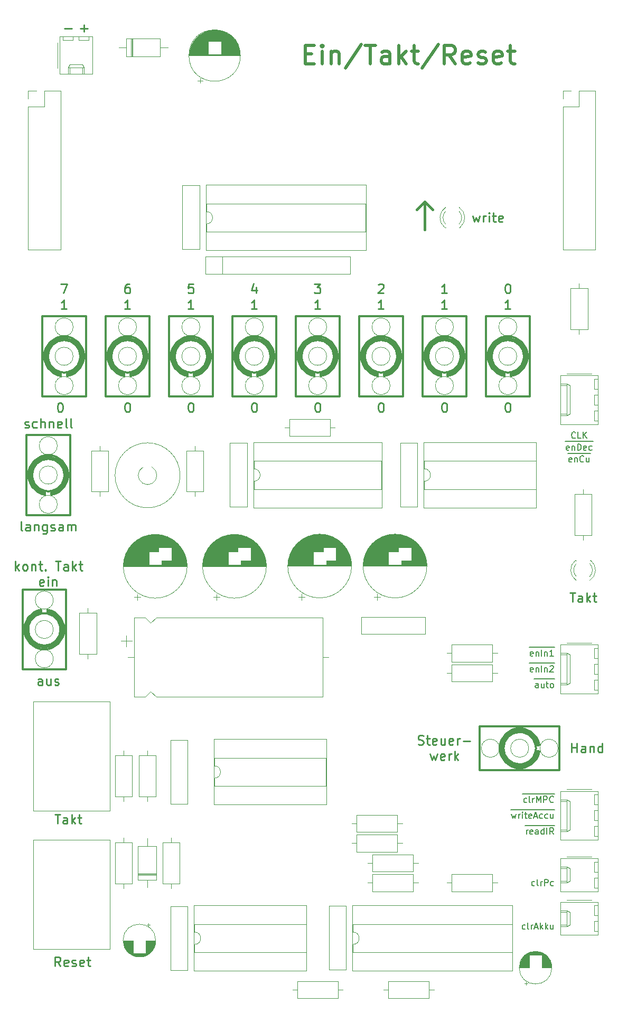
<source format=gbr>
G04 #@! TF.GenerationSoftware,KiCad,Pcbnew,(5.1.7)-1*
G04 #@! TF.CreationDate,2020-12-28T01:09:54+01:00*
G04 #@! TF.ProjectId,EinTaktReset,45696e54-616b-4745-9265-7365742e6b69,rev?*
G04 #@! TF.SameCoordinates,Original*
G04 #@! TF.FileFunction,Legend,Top*
G04 #@! TF.FilePolarity,Positive*
%FSLAX46Y46*%
G04 Gerber Fmt 4.6, Leading zero omitted, Abs format (unit mm)*
G04 Created by KiCad (PCBNEW (5.1.7)-1) date 2020-12-28 01:09:54*
%MOMM*%
%LPD*%
G01*
G04 APERTURE LIST*
%ADD10C,0.170000*%
%ADD11C,0.250000*%
%ADD12C,0.400000*%
%ADD13C,0.500000*%
%ADD14C,0.120000*%
%ADD15C,0.378460*%
%ADD16C,0.100000*%
G04 APERTURE END LIST*
D10*
X123397595Y-152729000D02*
X124016642Y-152729000D01*
X123635690Y-154122380D02*
X123635690Y-153455714D01*
X123635690Y-153646190D02*
X123683309Y-153550952D01*
X123730928Y-153503333D01*
X123826166Y-153455714D01*
X123921404Y-153455714D01*
X124016642Y-152729000D02*
X124873785Y-152729000D01*
X124635690Y-154074761D02*
X124540452Y-154122380D01*
X124349976Y-154122380D01*
X124254738Y-154074761D01*
X124207119Y-153979523D01*
X124207119Y-153598571D01*
X124254738Y-153503333D01*
X124349976Y-153455714D01*
X124540452Y-153455714D01*
X124635690Y-153503333D01*
X124683309Y-153598571D01*
X124683309Y-153693809D01*
X124207119Y-153789047D01*
X124873785Y-152729000D02*
X125778547Y-152729000D01*
X125540452Y-154122380D02*
X125540452Y-153598571D01*
X125492833Y-153503333D01*
X125397595Y-153455714D01*
X125207119Y-153455714D01*
X125111880Y-153503333D01*
X125540452Y-154074761D02*
X125445214Y-154122380D01*
X125207119Y-154122380D01*
X125111880Y-154074761D01*
X125064261Y-153979523D01*
X125064261Y-153884285D01*
X125111880Y-153789047D01*
X125207119Y-153741428D01*
X125445214Y-153741428D01*
X125540452Y-153693809D01*
X125778547Y-152729000D02*
X126683309Y-152729000D01*
X126445214Y-154122380D02*
X126445214Y-153122380D01*
X126445214Y-154074761D02*
X126349976Y-154122380D01*
X126159500Y-154122380D01*
X126064261Y-154074761D01*
X126016642Y-154027142D01*
X125969023Y-153931904D01*
X125969023Y-153646190D01*
X126016642Y-153550952D01*
X126064261Y-153503333D01*
X126159500Y-153455714D01*
X126349976Y-153455714D01*
X126445214Y-153503333D01*
X126683309Y-152729000D02*
X127159500Y-152729000D01*
X126921404Y-154122380D02*
X126921404Y-153122380D01*
X127159500Y-152729000D02*
X128159500Y-152729000D01*
X127969023Y-154122380D02*
X127635690Y-153646190D01*
X127397595Y-154122380D02*
X127397595Y-153122380D01*
X127778547Y-153122380D01*
X127873785Y-153170000D01*
X127921404Y-153217619D01*
X127969023Y-153312857D01*
X127969023Y-153455714D01*
X127921404Y-153550952D01*
X127873785Y-153598571D01*
X127778547Y-153646190D01*
X127397595Y-153646190D01*
X121111880Y-150189000D02*
X122159500Y-150189000D01*
X121254738Y-150915714D02*
X121445214Y-151582380D01*
X121635690Y-151106190D01*
X121826166Y-151582380D01*
X122016642Y-150915714D01*
X122159500Y-150189000D02*
X122778547Y-150189000D01*
X122397595Y-151582380D02*
X122397595Y-150915714D01*
X122397595Y-151106190D02*
X122445214Y-151010952D01*
X122492833Y-150963333D01*
X122588071Y-150915714D01*
X122683309Y-150915714D01*
X122778547Y-150189000D02*
X123254738Y-150189000D01*
X123016642Y-151582380D02*
X123016642Y-150915714D01*
X123016642Y-150582380D02*
X122969023Y-150630000D01*
X123016642Y-150677619D01*
X123064261Y-150630000D01*
X123016642Y-150582380D01*
X123016642Y-150677619D01*
X123254738Y-150189000D02*
X123826166Y-150189000D01*
X123349976Y-150915714D02*
X123730928Y-150915714D01*
X123492833Y-150582380D02*
X123492833Y-151439523D01*
X123540452Y-151534761D01*
X123635690Y-151582380D01*
X123730928Y-151582380D01*
X123826166Y-150189000D02*
X124683309Y-150189000D01*
X124445214Y-151534761D02*
X124349976Y-151582380D01*
X124159500Y-151582380D01*
X124064261Y-151534761D01*
X124016642Y-151439523D01*
X124016642Y-151058571D01*
X124064261Y-150963333D01*
X124159500Y-150915714D01*
X124349976Y-150915714D01*
X124445214Y-150963333D01*
X124492833Y-151058571D01*
X124492833Y-151153809D01*
X124016642Y-151249047D01*
X124683309Y-150189000D02*
X125540452Y-150189000D01*
X124873785Y-151296666D02*
X125349976Y-151296666D01*
X124778547Y-151582380D02*
X125111880Y-150582380D01*
X125445214Y-151582380D01*
X125540452Y-150189000D02*
X126397595Y-150189000D01*
X126207119Y-151534761D02*
X126111880Y-151582380D01*
X125921404Y-151582380D01*
X125826166Y-151534761D01*
X125778547Y-151487142D01*
X125730928Y-151391904D01*
X125730928Y-151106190D01*
X125778547Y-151010952D01*
X125826166Y-150963333D01*
X125921404Y-150915714D01*
X126111880Y-150915714D01*
X126207119Y-150963333D01*
X126397595Y-150189000D02*
X127254738Y-150189000D01*
X127064261Y-151534761D02*
X126969023Y-151582380D01*
X126778547Y-151582380D01*
X126683309Y-151534761D01*
X126635690Y-151487142D01*
X126588071Y-151391904D01*
X126588071Y-151106190D01*
X126635690Y-151010952D01*
X126683309Y-150963333D01*
X126778547Y-150915714D01*
X126969023Y-150915714D01*
X127064261Y-150963333D01*
X127254738Y-150189000D02*
X128159500Y-150189000D01*
X127921404Y-150915714D02*
X127921404Y-151582380D01*
X127492833Y-150915714D02*
X127492833Y-151439523D01*
X127540452Y-151534761D01*
X127635690Y-151582380D01*
X127778547Y-151582380D01*
X127873785Y-151534761D01*
X127921404Y-151487142D01*
X123016642Y-147649000D02*
X123873785Y-147649000D01*
X123683309Y-148994761D02*
X123588071Y-149042380D01*
X123397595Y-149042380D01*
X123302357Y-148994761D01*
X123254738Y-148947142D01*
X123207119Y-148851904D01*
X123207119Y-148566190D01*
X123254738Y-148470952D01*
X123302357Y-148423333D01*
X123397595Y-148375714D01*
X123588071Y-148375714D01*
X123683309Y-148423333D01*
X123873785Y-147649000D02*
X124397595Y-147649000D01*
X124254738Y-149042380D02*
X124159500Y-148994761D01*
X124111880Y-148899523D01*
X124111880Y-148042380D01*
X124397595Y-147649000D02*
X125016642Y-147649000D01*
X124635690Y-149042380D02*
X124635690Y-148375714D01*
X124635690Y-148566190D02*
X124683309Y-148470952D01*
X124730928Y-148423333D01*
X124826166Y-148375714D01*
X124921404Y-148375714D01*
X125016642Y-147649000D02*
X126159500Y-147649000D01*
X125254738Y-149042380D02*
X125254738Y-148042380D01*
X125588071Y-148756666D01*
X125921404Y-148042380D01*
X125921404Y-149042380D01*
X126159500Y-147649000D02*
X127159500Y-147649000D01*
X126397595Y-149042380D02*
X126397595Y-148042380D01*
X126778547Y-148042380D01*
X126873785Y-148090000D01*
X126921404Y-148137619D01*
X126969023Y-148232857D01*
X126969023Y-148375714D01*
X126921404Y-148470952D01*
X126873785Y-148518571D01*
X126778547Y-148566190D01*
X126397595Y-148566190D01*
X127159500Y-147649000D02*
X128159500Y-147649000D01*
X127969023Y-148947142D02*
X127921404Y-148994761D01*
X127778547Y-149042380D01*
X127683309Y-149042380D01*
X127540452Y-148994761D01*
X127445214Y-148899523D01*
X127397595Y-148804285D01*
X127349976Y-148613809D01*
X127349976Y-148470952D01*
X127397595Y-148280476D01*
X127445214Y-148185238D01*
X127540452Y-148090000D01*
X127683309Y-148042380D01*
X127778547Y-148042380D01*
X127921404Y-148090000D01*
X127969023Y-148137619D01*
X130246666Y-93039000D02*
X131103809Y-93039000D01*
X130865714Y-94384761D02*
X130770476Y-94432380D01*
X130580000Y-94432380D01*
X130484761Y-94384761D01*
X130437142Y-94289523D01*
X130437142Y-93908571D01*
X130484761Y-93813333D01*
X130580000Y-93765714D01*
X130770476Y-93765714D01*
X130865714Y-93813333D01*
X130913333Y-93908571D01*
X130913333Y-94003809D01*
X130437142Y-94099047D01*
X131103809Y-93039000D02*
X132008571Y-93039000D01*
X131341904Y-93765714D02*
X131341904Y-94432380D01*
X131341904Y-93860952D02*
X131389523Y-93813333D01*
X131484761Y-93765714D01*
X131627619Y-93765714D01*
X131722857Y-93813333D01*
X131770476Y-93908571D01*
X131770476Y-94432380D01*
X132008571Y-93039000D02*
X133008571Y-93039000D01*
X132818095Y-94337142D02*
X132770476Y-94384761D01*
X132627619Y-94432380D01*
X132532380Y-94432380D01*
X132389523Y-94384761D01*
X132294285Y-94289523D01*
X132246666Y-94194285D01*
X132199047Y-94003809D01*
X132199047Y-93860952D01*
X132246666Y-93670476D01*
X132294285Y-93575238D01*
X132389523Y-93480000D01*
X132532380Y-93432380D01*
X132627619Y-93432380D01*
X132770476Y-93480000D01*
X132818095Y-93527619D01*
X133008571Y-93039000D02*
X133913333Y-93039000D01*
X133675238Y-93765714D02*
X133675238Y-94432380D01*
X133246666Y-93765714D02*
X133246666Y-94289523D01*
X133294285Y-94384761D01*
X133389523Y-94432380D01*
X133532380Y-94432380D01*
X133627619Y-94384761D01*
X133675238Y-94337142D01*
X129841904Y-91134000D02*
X130699047Y-91134000D01*
X130460952Y-92479761D02*
X130365714Y-92527380D01*
X130175238Y-92527380D01*
X130080000Y-92479761D01*
X130032380Y-92384523D01*
X130032380Y-92003571D01*
X130080000Y-91908333D01*
X130175238Y-91860714D01*
X130365714Y-91860714D01*
X130460952Y-91908333D01*
X130508571Y-92003571D01*
X130508571Y-92098809D01*
X130032380Y-92194047D01*
X130699047Y-91134000D02*
X131603809Y-91134000D01*
X130937142Y-91860714D02*
X130937142Y-92527380D01*
X130937142Y-91955952D02*
X130984761Y-91908333D01*
X131080000Y-91860714D01*
X131222857Y-91860714D01*
X131318095Y-91908333D01*
X131365714Y-92003571D01*
X131365714Y-92527380D01*
X131603809Y-91134000D02*
X132603809Y-91134000D01*
X131841904Y-92527380D02*
X131841904Y-91527380D01*
X132080000Y-91527380D01*
X132222857Y-91575000D01*
X132318095Y-91670238D01*
X132365714Y-91765476D01*
X132413333Y-91955952D01*
X132413333Y-92098809D01*
X132365714Y-92289285D01*
X132318095Y-92384523D01*
X132222857Y-92479761D01*
X132080000Y-92527380D01*
X131841904Y-92527380D01*
X132603809Y-91134000D02*
X133460952Y-91134000D01*
X133222857Y-92479761D02*
X133127619Y-92527380D01*
X132937142Y-92527380D01*
X132841904Y-92479761D01*
X132794285Y-92384523D01*
X132794285Y-92003571D01*
X132841904Y-91908333D01*
X132937142Y-91860714D01*
X133127619Y-91860714D01*
X133222857Y-91908333D01*
X133270476Y-92003571D01*
X133270476Y-92098809D01*
X132794285Y-92194047D01*
X133460952Y-91134000D02*
X134318095Y-91134000D01*
X134127619Y-92479761D02*
X134032380Y-92527380D01*
X133841904Y-92527380D01*
X133746666Y-92479761D01*
X133699047Y-92432142D01*
X133651428Y-92336904D01*
X133651428Y-92051190D01*
X133699047Y-91955952D01*
X133746666Y-91908333D01*
X133841904Y-91860714D01*
X134032380Y-91860714D01*
X134127619Y-91908333D01*
X131484761Y-90527142D02*
X131437142Y-90574761D01*
X131294285Y-90622380D01*
X131199047Y-90622380D01*
X131056190Y-90574761D01*
X130960952Y-90479523D01*
X130913333Y-90384285D01*
X130865714Y-90193809D01*
X130865714Y-90050952D01*
X130913333Y-89860476D01*
X130960952Y-89765238D01*
X131056190Y-89670000D01*
X131199047Y-89622380D01*
X131294285Y-89622380D01*
X131437142Y-89670000D01*
X131484761Y-89717619D01*
X132389523Y-90622380D02*
X131913333Y-90622380D01*
X131913333Y-89622380D01*
X132722857Y-90622380D02*
X132722857Y-89622380D01*
X133294285Y-90622380D02*
X132865714Y-90050952D01*
X133294285Y-89622380D02*
X132722857Y-90193809D01*
D11*
X49593571Y-24872142D02*
X50736428Y-24872142D01*
X52133571Y-24872142D02*
X53276428Y-24872142D01*
X52705000Y-25443571D02*
X52705000Y-24300714D01*
X130572142Y-115383571D02*
X131429285Y-115383571D01*
X131000714Y-116883571D02*
X131000714Y-115383571D01*
X132572142Y-116883571D02*
X132572142Y-116097857D01*
X132500714Y-115955000D01*
X132357857Y-115883571D01*
X132072142Y-115883571D01*
X131929285Y-115955000D01*
X132572142Y-116812142D02*
X132429285Y-116883571D01*
X132072142Y-116883571D01*
X131929285Y-116812142D01*
X131857857Y-116669285D01*
X131857857Y-116526428D01*
X131929285Y-116383571D01*
X132072142Y-116312142D01*
X132429285Y-116312142D01*
X132572142Y-116240714D01*
X133286428Y-116883571D02*
X133286428Y-115383571D01*
X133429285Y-116312142D02*
X133857857Y-116883571D01*
X133857857Y-115883571D02*
X133286428Y-116455000D01*
X134286428Y-115883571D02*
X134857857Y-115883571D01*
X134500714Y-115383571D02*
X134500714Y-116669285D01*
X134572142Y-116812142D01*
X134715000Y-116883571D01*
X134857857Y-116883571D01*
D12*
X107315000Y-52705000D02*
X106045000Y-53975000D01*
X108585000Y-53975000D02*
X107315000Y-52705000D01*
X107315000Y-57150000D02*
X107315000Y-52705000D01*
D10*
X124873785Y-129234000D02*
X125778547Y-129234000D01*
X125540452Y-130627380D02*
X125540452Y-130103571D01*
X125492833Y-130008333D01*
X125397595Y-129960714D01*
X125207119Y-129960714D01*
X125111880Y-130008333D01*
X125540452Y-130579761D02*
X125445214Y-130627380D01*
X125207119Y-130627380D01*
X125111880Y-130579761D01*
X125064261Y-130484523D01*
X125064261Y-130389285D01*
X125111880Y-130294047D01*
X125207119Y-130246428D01*
X125445214Y-130246428D01*
X125540452Y-130198809D01*
X125778547Y-129234000D02*
X126683309Y-129234000D01*
X126445214Y-129960714D02*
X126445214Y-130627380D01*
X126016642Y-129960714D02*
X126016642Y-130484523D01*
X126064261Y-130579761D01*
X126159500Y-130627380D01*
X126302357Y-130627380D01*
X126397595Y-130579761D01*
X126445214Y-130532142D01*
X126683309Y-129234000D02*
X127254738Y-129234000D01*
X126778547Y-129960714D02*
X127159500Y-129960714D01*
X126921404Y-129627380D02*
X126921404Y-130484523D01*
X126969023Y-130579761D01*
X127064261Y-130627380D01*
X127159500Y-130627380D01*
X127254738Y-129234000D02*
X128159500Y-129234000D01*
X127635690Y-130627380D02*
X127540452Y-130579761D01*
X127492833Y-130532142D01*
X127445214Y-130436904D01*
X127445214Y-130151190D01*
X127492833Y-130055952D01*
X127540452Y-130008333D01*
X127635690Y-129960714D01*
X127778547Y-129960714D01*
X127873785Y-130008333D01*
X127921404Y-130055952D01*
X127969023Y-130151190D01*
X127969023Y-130436904D01*
X127921404Y-130532142D01*
X127873785Y-130579761D01*
X127778547Y-130627380D01*
X127635690Y-130627380D01*
X124064261Y-126694000D02*
X124921404Y-126694000D01*
X124683309Y-128039761D02*
X124588071Y-128087380D01*
X124397595Y-128087380D01*
X124302357Y-128039761D01*
X124254738Y-127944523D01*
X124254738Y-127563571D01*
X124302357Y-127468333D01*
X124397595Y-127420714D01*
X124588071Y-127420714D01*
X124683309Y-127468333D01*
X124730928Y-127563571D01*
X124730928Y-127658809D01*
X124254738Y-127754047D01*
X124921404Y-126694000D02*
X125826166Y-126694000D01*
X125159500Y-127420714D02*
X125159500Y-128087380D01*
X125159500Y-127515952D02*
X125207119Y-127468333D01*
X125302357Y-127420714D01*
X125445214Y-127420714D01*
X125540452Y-127468333D01*
X125588071Y-127563571D01*
X125588071Y-128087380D01*
X125826166Y-126694000D02*
X126302357Y-126694000D01*
X126064261Y-128087380D02*
X126064261Y-127087380D01*
X126302357Y-126694000D02*
X127207119Y-126694000D01*
X126540452Y-127420714D02*
X126540452Y-128087380D01*
X126540452Y-127515952D02*
X126588071Y-127468333D01*
X126683309Y-127420714D01*
X126826166Y-127420714D01*
X126921404Y-127468333D01*
X126969023Y-127563571D01*
X126969023Y-128087380D01*
X127207119Y-126694000D02*
X128159500Y-126694000D01*
X127397595Y-127182619D02*
X127445214Y-127135000D01*
X127540452Y-127087380D01*
X127778547Y-127087380D01*
X127873785Y-127135000D01*
X127921404Y-127182619D01*
X127969023Y-127277857D01*
X127969023Y-127373095D01*
X127921404Y-127515952D01*
X127349976Y-128087380D01*
X127969023Y-128087380D01*
X124064261Y-124154000D02*
X124921404Y-124154000D01*
X124683309Y-125499761D02*
X124588071Y-125547380D01*
X124397595Y-125547380D01*
X124302357Y-125499761D01*
X124254738Y-125404523D01*
X124254738Y-125023571D01*
X124302357Y-124928333D01*
X124397595Y-124880714D01*
X124588071Y-124880714D01*
X124683309Y-124928333D01*
X124730928Y-125023571D01*
X124730928Y-125118809D01*
X124254738Y-125214047D01*
X124921404Y-124154000D02*
X125826166Y-124154000D01*
X125159500Y-124880714D02*
X125159500Y-125547380D01*
X125159500Y-124975952D02*
X125207119Y-124928333D01*
X125302357Y-124880714D01*
X125445214Y-124880714D01*
X125540452Y-124928333D01*
X125588071Y-125023571D01*
X125588071Y-125547380D01*
X125826166Y-124154000D02*
X126302357Y-124154000D01*
X126064261Y-125547380D02*
X126064261Y-124547380D01*
X126302357Y-124154000D02*
X127207119Y-124154000D01*
X126540452Y-124880714D02*
X126540452Y-125547380D01*
X126540452Y-124975952D02*
X126588071Y-124928333D01*
X126683309Y-124880714D01*
X126826166Y-124880714D01*
X126921404Y-124928333D01*
X126969023Y-125023571D01*
X126969023Y-125547380D01*
X127207119Y-124154000D02*
X128159500Y-124154000D01*
X127969023Y-125547380D02*
X127397595Y-125547380D01*
X127683309Y-125547380D02*
X127683309Y-124547380D01*
X127588071Y-124690238D01*
X127492833Y-124785476D01*
X127397595Y-124833095D01*
D11*
X106275714Y-139692142D02*
X106490000Y-139763571D01*
X106847142Y-139763571D01*
X106990000Y-139692142D01*
X107061428Y-139620714D01*
X107132857Y-139477857D01*
X107132857Y-139335000D01*
X107061428Y-139192142D01*
X106990000Y-139120714D01*
X106847142Y-139049285D01*
X106561428Y-138977857D01*
X106418571Y-138906428D01*
X106347142Y-138835000D01*
X106275714Y-138692142D01*
X106275714Y-138549285D01*
X106347142Y-138406428D01*
X106418571Y-138335000D01*
X106561428Y-138263571D01*
X106918571Y-138263571D01*
X107132857Y-138335000D01*
X107561428Y-138763571D02*
X108132857Y-138763571D01*
X107775714Y-138263571D02*
X107775714Y-139549285D01*
X107847142Y-139692142D01*
X107990000Y-139763571D01*
X108132857Y-139763571D01*
X109204285Y-139692142D02*
X109061428Y-139763571D01*
X108775714Y-139763571D01*
X108632857Y-139692142D01*
X108561428Y-139549285D01*
X108561428Y-138977857D01*
X108632857Y-138835000D01*
X108775714Y-138763571D01*
X109061428Y-138763571D01*
X109204285Y-138835000D01*
X109275714Y-138977857D01*
X109275714Y-139120714D01*
X108561428Y-139263571D01*
X110561428Y-138763571D02*
X110561428Y-139763571D01*
X109918571Y-138763571D02*
X109918571Y-139549285D01*
X109990000Y-139692142D01*
X110132857Y-139763571D01*
X110347142Y-139763571D01*
X110490000Y-139692142D01*
X110561428Y-139620714D01*
X111847142Y-139692142D02*
X111704285Y-139763571D01*
X111418571Y-139763571D01*
X111275714Y-139692142D01*
X111204285Y-139549285D01*
X111204285Y-138977857D01*
X111275714Y-138835000D01*
X111418571Y-138763571D01*
X111704285Y-138763571D01*
X111847142Y-138835000D01*
X111918571Y-138977857D01*
X111918571Y-139120714D01*
X111204285Y-139263571D01*
X112561428Y-139763571D02*
X112561428Y-138763571D01*
X112561428Y-139049285D02*
X112632857Y-138906428D01*
X112704285Y-138835000D01*
X112847142Y-138763571D01*
X112990000Y-138763571D01*
X113490000Y-139192142D02*
X114632857Y-139192142D01*
X108204285Y-141263571D02*
X108490000Y-142263571D01*
X108775714Y-141549285D01*
X109061428Y-142263571D01*
X109347142Y-141263571D01*
X110490000Y-142192142D02*
X110347142Y-142263571D01*
X110061428Y-142263571D01*
X109918571Y-142192142D01*
X109847142Y-142049285D01*
X109847142Y-141477857D01*
X109918571Y-141335000D01*
X110061428Y-141263571D01*
X110347142Y-141263571D01*
X110490000Y-141335000D01*
X110561428Y-141477857D01*
X110561428Y-141620714D01*
X109847142Y-141763571D01*
X111204285Y-142263571D02*
X111204285Y-141263571D01*
X111204285Y-141549285D02*
X111275714Y-141406428D01*
X111347142Y-141335000D01*
X111490000Y-141263571D01*
X111632857Y-141263571D01*
X112132857Y-142263571D02*
X112132857Y-140763571D01*
X112275714Y-141692142D02*
X112704285Y-142263571D01*
X112704285Y-141263571D02*
X112132857Y-141835000D01*
X130885714Y-141013571D02*
X130885714Y-139513571D01*
X130885714Y-140227857D02*
X131742857Y-140227857D01*
X131742857Y-141013571D02*
X131742857Y-139513571D01*
X133100000Y-141013571D02*
X133100000Y-140227857D01*
X133028571Y-140085000D01*
X132885714Y-140013571D01*
X132600000Y-140013571D01*
X132457142Y-140085000D01*
X133100000Y-140942142D02*
X132957142Y-141013571D01*
X132600000Y-141013571D01*
X132457142Y-140942142D01*
X132385714Y-140799285D01*
X132385714Y-140656428D01*
X132457142Y-140513571D01*
X132600000Y-140442142D01*
X132957142Y-140442142D01*
X133100000Y-140370714D01*
X133814285Y-140013571D02*
X133814285Y-141013571D01*
X133814285Y-140156428D02*
X133885714Y-140085000D01*
X134028571Y-140013571D01*
X134242857Y-140013571D01*
X134385714Y-140085000D01*
X134457142Y-140227857D01*
X134457142Y-141013571D01*
X135814285Y-141013571D02*
X135814285Y-139513571D01*
X135814285Y-140942142D02*
X135671428Y-141013571D01*
X135385714Y-141013571D01*
X135242857Y-140942142D01*
X135171428Y-140870714D01*
X135100000Y-140727857D01*
X135100000Y-140299285D01*
X135171428Y-140156428D01*
X135242857Y-140085000D01*
X135385714Y-140013571D01*
X135671428Y-140013571D01*
X135814285Y-140085000D01*
X46025714Y-130218571D02*
X46025714Y-129432857D01*
X45954285Y-129290000D01*
X45811428Y-129218571D01*
X45525714Y-129218571D01*
X45382857Y-129290000D01*
X46025714Y-130147142D02*
X45882857Y-130218571D01*
X45525714Y-130218571D01*
X45382857Y-130147142D01*
X45311428Y-130004285D01*
X45311428Y-129861428D01*
X45382857Y-129718571D01*
X45525714Y-129647142D01*
X45882857Y-129647142D01*
X46025714Y-129575714D01*
X47382857Y-129218571D02*
X47382857Y-130218571D01*
X46740000Y-129218571D02*
X46740000Y-130004285D01*
X46811428Y-130147142D01*
X46954285Y-130218571D01*
X47168571Y-130218571D01*
X47311428Y-130147142D01*
X47382857Y-130075714D01*
X48025714Y-130147142D02*
X48168571Y-130218571D01*
X48454285Y-130218571D01*
X48597142Y-130147142D01*
X48668571Y-130004285D01*
X48668571Y-129932857D01*
X48597142Y-129790000D01*
X48454285Y-129718571D01*
X48240000Y-129718571D01*
X48097142Y-129647142D01*
X48025714Y-129504285D01*
X48025714Y-129432857D01*
X48097142Y-129290000D01*
X48240000Y-129218571D01*
X48454285Y-129218571D01*
X48597142Y-129290000D01*
X41740000Y-111823571D02*
X41740000Y-110323571D01*
X41882857Y-111252142D02*
X42311428Y-111823571D01*
X42311428Y-110823571D02*
X41740000Y-111395000D01*
X43168571Y-111823571D02*
X43025714Y-111752142D01*
X42954285Y-111680714D01*
X42882857Y-111537857D01*
X42882857Y-111109285D01*
X42954285Y-110966428D01*
X43025714Y-110895000D01*
X43168571Y-110823571D01*
X43382857Y-110823571D01*
X43525714Y-110895000D01*
X43597142Y-110966428D01*
X43668571Y-111109285D01*
X43668571Y-111537857D01*
X43597142Y-111680714D01*
X43525714Y-111752142D01*
X43382857Y-111823571D01*
X43168571Y-111823571D01*
X44311428Y-110823571D02*
X44311428Y-111823571D01*
X44311428Y-110966428D02*
X44382857Y-110895000D01*
X44525714Y-110823571D01*
X44740000Y-110823571D01*
X44882857Y-110895000D01*
X44954285Y-111037857D01*
X44954285Y-111823571D01*
X45454285Y-110823571D02*
X46025714Y-110823571D01*
X45668571Y-110323571D02*
X45668571Y-111609285D01*
X45740000Y-111752142D01*
X45882857Y-111823571D01*
X46025714Y-111823571D01*
X46525714Y-111680714D02*
X46597142Y-111752142D01*
X46525714Y-111823571D01*
X46454285Y-111752142D01*
X46525714Y-111680714D01*
X46525714Y-111823571D01*
X48168571Y-110323571D02*
X49025714Y-110323571D01*
X48597142Y-111823571D02*
X48597142Y-110323571D01*
X50168571Y-111823571D02*
X50168571Y-111037857D01*
X50097142Y-110895000D01*
X49954285Y-110823571D01*
X49668571Y-110823571D01*
X49525714Y-110895000D01*
X50168571Y-111752142D02*
X50025714Y-111823571D01*
X49668571Y-111823571D01*
X49525714Y-111752142D01*
X49454285Y-111609285D01*
X49454285Y-111466428D01*
X49525714Y-111323571D01*
X49668571Y-111252142D01*
X50025714Y-111252142D01*
X50168571Y-111180714D01*
X50882857Y-111823571D02*
X50882857Y-110323571D01*
X51025714Y-111252142D02*
X51454285Y-111823571D01*
X51454285Y-110823571D02*
X50882857Y-111395000D01*
X51882857Y-110823571D02*
X52454285Y-110823571D01*
X52097142Y-110323571D02*
X52097142Y-111609285D01*
X52168571Y-111752142D01*
X52311428Y-111823571D01*
X52454285Y-111823571D01*
X46240000Y-114252142D02*
X46097142Y-114323571D01*
X45811428Y-114323571D01*
X45668571Y-114252142D01*
X45597142Y-114109285D01*
X45597142Y-113537857D01*
X45668571Y-113395000D01*
X45811428Y-113323571D01*
X46097142Y-113323571D01*
X46240000Y-113395000D01*
X46311428Y-113537857D01*
X46311428Y-113680714D01*
X45597142Y-113823571D01*
X46954285Y-114323571D02*
X46954285Y-113323571D01*
X46954285Y-112823571D02*
X46882857Y-112895000D01*
X46954285Y-112966428D01*
X47025714Y-112895000D01*
X46954285Y-112823571D01*
X46954285Y-112966428D01*
X47668571Y-113323571D02*
X47668571Y-114323571D01*
X47668571Y-113466428D02*
X47740000Y-113395000D01*
X47882857Y-113323571D01*
X48097142Y-113323571D01*
X48240000Y-113395000D01*
X48311428Y-113537857D01*
X48311428Y-114323571D01*
D10*
X124969023Y-162329761D02*
X124873785Y-162377380D01*
X124683309Y-162377380D01*
X124588071Y-162329761D01*
X124540452Y-162282142D01*
X124492833Y-162186904D01*
X124492833Y-161901190D01*
X124540452Y-161805952D01*
X124588071Y-161758333D01*
X124683309Y-161710714D01*
X124873785Y-161710714D01*
X124969023Y-161758333D01*
X125540452Y-162377380D02*
X125445214Y-162329761D01*
X125397595Y-162234523D01*
X125397595Y-161377380D01*
X125921404Y-162377380D02*
X125921404Y-161710714D01*
X125921404Y-161901190D02*
X125969023Y-161805952D01*
X126016642Y-161758333D01*
X126111880Y-161710714D01*
X126207119Y-161710714D01*
X126540452Y-162377380D02*
X126540452Y-161377380D01*
X126921404Y-161377380D01*
X127016642Y-161425000D01*
X127064261Y-161472619D01*
X127111880Y-161567857D01*
X127111880Y-161710714D01*
X127064261Y-161805952D01*
X127016642Y-161853571D01*
X126921404Y-161901190D01*
X126540452Y-161901190D01*
X127969023Y-162329761D02*
X127873785Y-162377380D01*
X127683309Y-162377380D01*
X127588071Y-162329761D01*
X127540452Y-162282142D01*
X127492833Y-162186904D01*
X127492833Y-161901190D01*
X127540452Y-161805952D01*
X127588071Y-161758333D01*
X127683309Y-161710714D01*
X127873785Y-161710714D01*
X127969023Y-161758333D01*
X123445214Y-169314761D02*
X123349976Y-169362380D01*
X123159500Y-169362380D01*
X123064261Y-169314761D01*
X123016642Y-169267142D01*
X122969023Y-169171904D01*
X122969023Y-168886190D01*
X123016642Y-168790952D01*
X123064261Y-168743333D01*
X123159500Y-168695714D01*
X123349976Y-168695714D01*
X123445214Y-168743333D01*
X124016642Y-169362380D02*
X123921404Y-169314761D01*
X123873785Y-169219523D01*
X123873785Y-168362380D01*
X124397595Y-169362380D02*
X124397595Y-168695714D01*
X124397595Y-168886190D02*
X124445214Y-168790952D01*
X124492833Y-168743333D01*
X124588071Y-168695714D01*
X124683309Y-168695714D01*
X124969023Y-169076666D02*
X125445214Y-169076666D01*
X124873785Y-169362380D02*
X125207119Y-168362380D01*
X125540452Y-169362380D01*
X125873785Y-169362380D02*
X125873785Y-168362380D01*
X125969023Y-168981428D02*
X126254738Y-169362380D01*
X126254738Y-168695714D02*
X125873785Y-169076666D01*
X126683309Y-169362380D02*
X126683309Y-168362380D01*
X126778547Y-168981428D02*
X127064261Y-169362380D01*
X127064261Y-168695714D02*
X126683309Y-169076666D01*
X127921404Y-168695714D02*
X127921404Y-169362380D01*
X127492833Y-168695714D02*
X127492833Y-169219523D01*
X127540452Y-169314761D01*
X127635690Y-169362380D01*
X127778547Y-169362380D01*
X127873785Y-169314761D01*
X127921404Y-169267142D01*
D11*
X48942857Y-175303571D02*
X48442857Y-174589285D01*
X48085714Y-175303571D02*
X48085714Y-173803571D01*
X48657142Y-173803571D01*
X48800000Y-173875000D01*
X48871428Y-173946428D01*
X48942857Y-174089285D01*
X48942857Y-174303571D01*
X48871428Y-174446428D01*
X48800000Y-174517857D01*
X48657142Y-174589285D01*
X48085714Y-174589285D01*
X50157142Y-175232142D02*
X50014285Y-175303571D01*
X49728571Y-175303571D01*
X49585714Y-175232142D01*
X49514285Y-175089285D01*
X49514285Y-174517857D01*
X49585714Y-174375000D01*
X49728571Y-174303571D01*
X50014285Y-174303571D01*
X50157142Y-174375000D01*
X50228571Y-174517857D01*
X50228571Y-174660714D01*
X49514285Y-174803571D01*
X50800000Y-175232142D02*
X50942857Y-175303571D01*
X51228571Y-175303571D01*
X51371428Y-175232142D01*
X51442857Y-175089285D01*
X51442857Y-175017857D01*
X51371428Y-174875000D01*
X51228571Y-174803571D01*
X51014285Y-174803571D01*
X50871428Y-174732142D01*
X50800000Y-174589285D01*
X50800000Y-174517857D01*
X50871428Y-174375000D01*
X51014285Y-174303571D01*
X51228571Y-174303571D01*
X51371428Y-174375000D01*
X52657142Y-175232142D02*
X52514285Y-175303571D01*
X52228571Y-175303571D01*
X52085714Y-175232142D01*
X52014285Y-175089285D01*
X52014285Y-174517857D01*
X52085714Y-174375000D01*
X52228571Y-174303571D01*
X52514285Y-174303571D01*
X52657142Y-174375000D01*
X52728571Y-174517857D01*
X52728571Y-174660714D01*
X52014285Y-174803571D01*
X53157142Y-174303571D02*
X53728571Y-174303571D01*
X53371428Y-173803571D02*
X53371428Y-175089285D01*
X53442857Y-175232142D01*
X53585714Y-175303571D01*
X53728571Y-175303571D01*
X48022142Y-150943571D02*
X48879285Y-150943571D01*
X48450714Y-152443571D02*
X48450714Y-150943571D01*
X50022142Y-152443571D02*
X50022142Y-151657857D01*
X49950714Y-151515000D01*
X49807857Y-151443571D01*
X49522142Y-151443571D01*
X49379285Y-151515000D01*
X50022142Y-152372142D02*
X49879285Y-152443571D01*
X49522142Y-152443571D01*
X49379285Y-152372142D01*
X49307857Y-152229285D01*
X49307857Y-152086428D01*
X49379285Y-151943571D01*
X49522142Y-151872142D01*
X49879285Y-151872142D01*
X50022142Y-151800714D01*
X50736428Y-152443571D02*
X50736428Y-150943571D01*
X50879285Y-151872142D02*
X51307857Y-152443571D01*
X51307857Y-151443571D02*
X50736428Y-152015000D01*
X51736428Y-151443571D02*
X52307857Y-151443571D01*
X51950714Y-150943571D02*
X51950714Y-152229285D01*
X52022142Y-152372142D01*
X52165000Y-152443571D01*
X52307857Y-152443571D01*
X49958571Y-69893571D02*
X49101428Y-69893571D01*
X49530000Y-69893571D02*
X49530000Y-68393571D01*
X49387142Y-68607857D01*
X49244285Y-68750714D01*
X49101428Y-68822142D01*
X60118571Y-69893571D02*
X59261428Y-69893571D01*
X59690000Y-69893571D02*
X59690000Y-68393571D01*
X59547142Y-68607857D01*
X59404285Y-68750714D01*
X59261428Y-68822142D01*
X70278571Y-69893571D02*
X69421428Y-69893571D01*
X69850000Y-69893571D02*
X69850000Y-68393571D01*
X69707142Y-68607857D01*
X69564285Y-68750714D01*
X69421428Y-68822142D01*
X80438571Y-69893571D02*
X79581428Y-69893571D01*
X80010000Y-69893571D02*
X80010000Y-68393571D01*
X79867142Y-68607857D01*
X79724285Y-68750714D01*
X79581428Y-68822142D01*
X90598571Y-69893571D02*
X89741428Y-69893571D01*
X90170000Y-69893571D02*
X90170000Y-68393571D01*
X90027142Y-68607857D01*
X89884285Y-68750714D01*
X89741428Y-68822142D01*
X100758571Y-69893571D02*
X99901428Y-69893571D01*
X100330000Y-69893571D02*
X100330000Y-68393571D01*
X100187142Y-68607857D01*
X100044285Y-68750714D01*
X99901428Y-68822142D01*
X110918571Y-69893571D02*
X110061428Y-69893571D01*
X110490000Y-69893571D02*
X110490000Y-68393571D01*
X110347142Y-68607857D01*
X110204285Y-68750714D01*
X110061428Y-68822142D01*
X121078571Y-69893571D02*
X120221428Y-69893571D01*
X120650000Y-69893571D02*
X120650000Y-68393571D01*
X120507142Y-68607857D01*
X120364285Y-68750714D01*
X120221428Y-68822142D01*
X48823571Y-84903571D02*
X48966428Y-84903571D01*
X49109285Y-84975000D01*
X49180714Y-85046428D01*
X49252142Y-85189285D01*
X49323571Y-85475000D01*
X49323571Y-85832142D01*
X49252142Y-86117857D01*
X49180714Y-86260714D01*
X49109285Y-86332142D01*
X48966428Y-86403571D01*
X48823571Y-86403571D01*
X48680714Y-86332142D01*
X48609285Y-86260714D01*
X48537857Y-86117857D01*
X48466428Y-85832142D01*
X48466428Y-85475000D01*
X48537857Y-85189285D01*
X48609285Y-85046428D01*
X48680714Y-84975000D01*
X48823571Y-84903571D01*
X59618571Y-84903571D02*
X59761428Y-84903571D01*
X59904285Y-84975000D01*
X59975714Y-85046428D01*
X60047142Y-85189285D01*
X60118571Y-85475000D01*
X60118571Y-85832142D01*
X60047142Y-86117857D01*
X59975714Y-86260714D01*
X59904285Y-86332142D01*
X59761428Y-86403571D01*
X59618571Y-86403571D01*
X59475714Y-86332142D01*
X59404285Y-86260714D01*
X59332857Y-86117857D01*
X59261428Y-85832142D01*
X59261428Y-85475000D01*
X59332857Y-85189285D01*
X59404285Y-85046428D01*
X59475714Y-84975000D01*
X59618571Y-84903571D01*
X69778571Y-84903571D02*
X69921428Y-84903571D01*
X70064285Y-84975000D01*
X70135714Y-85046428D01*
X70207142Y-85189285D01*
X70278571Y-85475000D01*
X70278571Y-85832142D01*
X70207142Y-86117857D01*
X70135714Y-86260714D01*
X70064285Y-86332142D01*
X69921428Y-86403571D01*
X69778571Y-86403571D01*
X69635714Y-86332142D01*
X69564285Y-86260714D01*
X69492857Y-86117857D01*
X69421428Y-85832142D01*
X69421428Y-85475000D01*
X69492857Y-85189285D01*
X69564285Y-85046428D01*
X69635714Y-84975000D01*
X69778571Y-84903571D01*
X79938571Y-84903571D02*
X80081428Y-84903571D01*
X80224285Y-84975000D01*
X80295714Y-85046428D01*
X80367142Y-85189285D01*
X80438571Y-85475000D01*
X80438571Y-85832142D01*
X80367142Y-86117857D01*
X80295714Y-86260714D01*
X80224285Y-86332142D01*
X80081428Y-86403571D01*
X79938571Y-86403571D01*
X79795714Y-86332142D01*
X79724285Y-86260714D01*
X79652857Y-86117857D01*
X79581428Y-85832142D01*
X79581428Y-85475000D01*
X79652857Y-85189285D01*
X79724285Y-85046428D01*
X79795714Y-84975000D01*
X79938571Y-84903571D01*
X90098571Y-84903571D02*
X90241428Y-84903571D01*
X90384285Y-84975000D01*
X90455714Y-85046428D01*
X90527142Y-85189285D01*
X90598571Y-85475000D01*
X90598571Y-85832142D01*
X90527142Y-86117857D01*
X90455714Y-86260714D01*
X90384285Y-86332142D01*
X90241428Y-86403571D01*
X90098571Y-86403571D01*
X89955714Y-86332142D01*
X89884285Y-86260714D01*
X89812857Y-86117857D01*
X89741428Y-85832142D01*
X89741428Y-85475000D01*
X89812857Y-85189285D01*
X89884285Y-85046428D01*
X89955714Y-84975000D01*
X90098571Y-84903571D01*
X100258571Y-84903571D02*
X100401428Y-84903571D01*
X100544285Y-84975000D01*
X100615714Y-85046428D01*
X100687142Y-85189285D01*
X100758571Y-85475000D01*
X100758571Y-85832142D01*
X100687142Y-86117857D01*
X100615714Y-86260714D01*
X100544285Y-86332142D01*
X100401428Y-86403571D01*
X100258571Y-86403571D01*
X100115714Y-86332142D01*
X100044285Y-86260714D01*
X99972857Y-86117857D01*
X99901428Y-85832142D01*
X99901428Y-85475000D01*
X99972857Y-85189285D01*
X100044285Y-85046428D01*
X100115714Y-84975000D01*
X100258571Y-84903571D01*
X110418571Y-84903571D02*
X110561428Y-84903571D01*
X110704285Y-84975000D01*
X110775714Y-85046428D01*
X110847142Y-85189285D01*
X110918571Y-85475000D01*
X110918571Y-85832142D01*
X110847142Y-86117857D01*
X110775714Y-86260714D01*
X110704285Y-86332142D01*
X110561428Y-86403571D01*
X110418571Y-86403571D01*
X110275714Y-86332142D01*
X110204285Y-86260714D01*
X110132857Y-86117857D01*
X110061428Y-85832142D01*
X110061428Y-85475000D01*
X110132857Y-85189285D01*
X110204285Y-85046428D01*
X110275714Y-84975000D01*
X110418571Y-84903571D01*
X120578571Y-84903571D02*
X120721428Y-84903571D01*
X120864285Y-84975000D01*
X120935714Y-85046428D01*
X121007142Y-85189285D01*
X121078571Y-85475000D01*
X121078571Y-85832142D01*
X121007142Y-86117857D01*
X120935714Y-86260714D01*
X120864285Y-86332142D01*
X120721428Y-86403571D01*
X120578571Y-86403571D01*
X120435714Y-86332142D01*
X120364285Y-86260714D01*
X120292857Y-86117857D01*
X120221428Y-85832142D01*
X120221428Y-85475000D01*
X120292857Y-85189285D01*
X120364285Y-85046428D01*
X120435714Y-84975000D01*
X120578571Y-84903571D01*
X49030000Y-65853571D02*
X50030000Y-65853571D01*
X49387142Y-67353571D01*
X59975714Y-65853571D02*
X59690000Y-65853571D01*
X59547142Y-65925000D01*
X59475714Y-65996428D01*
X59332857Y-66210714D01*
X59261428Y-66496428D01*
X59261428Y-67067857D01*
X59332857Y-67210714D01*
X59404285Y-67282142D01*
X59547142Y-67353571D01*
X59832857Y-67353571D01*
X59975714Y-67282142D01*
X60047142Y-67210714D01*
X60118571Y-67067857D01*
X60118571Y-66710714D01*
X60047142Y-66567857D01*
X59975714Y-66496428D01*
X59832857Y-66425000D01*
X59547142Y-66425000D01*
X59404285Y-66496428D01*
X59332857Y-66567857D01*
X59261428Y-66710714D01*
X70207142Y-65853571D02*
X69492857Y-65853571D01*
X69421428Y-66567857D01*
X69492857Y-66496428D01*
X69635714Y-66425000D01*
X69992857Y-66425000D01*
X70135714Y-66496428D01*
X70207142Y-66567857D01*
X70278571Y-66710714D01*
X70278571Y-67067857D01*
X70207142Y-67210714D01*
X70135714Y-67282142D01*
X69992857Y-67353571D01*
X69635714Y-67353571D01*
X69492857Y-67282142D01*
X69421428Y-67210714D01*
X80295714Y-66353571D02*
X80295714Y-67353571D01*
X79938571Y-65782142D02*
X79581428Y-66853571D01*
X80510000Y-66853571D01*
X89670000Y-65853571D02*
X90598571Y-65853571D01*
X90098571Y-66425000D01*
X90312857Y-66425000D01*
X90455714Y-66496428D01*
X90527142Y-66567857D01*
X90598571Y-66710714D01*
X90598571Y-67067857D01*
X90527142Y-67210714D01*
X90455714Y-67282142D01*
X90312857Y-67353571D01*
X89884285Y-67353571D01*
X89741428Y-67282142D01*
X89670000Y-67210714D01*
X99901428Y-65996428D02*
X99972857Y-65925000D01*
X100115714Y-65853571D01*
X100472857Y-65853571D01*
X100615714Y-65925000D01*
X100687142Y-65996428D01*
X100758571Y-66139285D01*
X100758571Y-66282142D01*
X100687142Y-66496428D01*
X99830000Y-67353571D01*
X100758571Y-67353571D01*
X110918571Y-67353571D02*
X110061428Y-67353571D01*
X110490000Y-67353571D02*
X110490000Y-65853571D01*
X110347142Y-66067857D01*
X110204285Y-66210714D01*
X110061428Y-66282142D01*
X120578571Y-65853571D02*
X120721428Y-65853571D01*
X120864285Y-65925000D01*
X120935714Y-65996428D01*
X121007142Y-66139285D01*
X121078571Y-66425000D01*
X121078571Y-66782142D01*
X121007142Y-67067857D01*
X120935714Y-67210714D01*
X120864285Y-67282142D01*
X120721428Y-67353571D01*
X120578571Y-67353571D01*
X120435714Y-67282142D01*
X120364285Y-67210714D01*
X120292857Y-67067857D01*
X120221428Y-66782142D01*
X120221428Y-66425000D01*
X120292857Y-66139285D01*
X120364285Y-65996428D01*
X120435714Y-65925000D01*
X120578571Y-65853571D01*
X42847142Y-105453571D02*
X42704285Y-105382142D01*
X42632857Y-105239285D01*
X42632857Y-103953571D01*
X44061428Y-105453571D02*
X44061428Y-104667857D01*
X43990000Y-104525000D01*
X43847142Y-104453571D01*
X43561428Y-104453571D01*
X43418571Y-104525000D01*
X44061428Y-105382142D02*
X43918571Y-105453571D01*
X43561428Y-105453571D01*
X43418571Y-105382142D01*
X43347142Y-105239285D01*
X43347142Y-105096428D01*
X43418571Y-104953571D01*
X43561428Y-104882142D01*
X43918571Y-104882142D01*
X44061428Y-104810714D01*
X44775714Y-104453571D02*
X44775714Y-105453571D01*
X44775714Y-104596428D02*
X44847142Y-104525000D01*
X44990000Y-104453571D01*
X45204285Y-104453571D01*
X45347142Y-104525000D01*
X45418571Y-104667857D01*
X45418571Y-105453571D01*
X46775714Y-104453571D02*
X46775714Y-105667857D01*
X46704285Y-105810714D01*
X46632857Y-105882142D01*
X46490000Y-105953571D01*
X46275714Y-105953571D01*
X46132857Y-105882142D01*
X46775714Y-105382142D02*
X46632857Y-105453571D01*
X46347142Y-105453571D01*
X46204285Y-105382142D01*
X46132857Y-105310714D01*
X46061428Y-105167857D01*
X46061428Y-104739285D01*
X46132857Y-104596428D01*
X46204285Y-104525000D01*
X46347142Y-104453571D01*
X46632857Y-104453571D01*
X46775714Y-104525000D01*
X47418571Y-105382142D02*
X47561428Y-105453571D01*
X47847142Y-105453571D01*
X47990000Y-105382142D01*
X48061428Y-105239285D01*
X48061428Y-105167857D01*
X47990000Y-105025000D01*
X47847142Y-104953571D01*
X47632857Y-104953571D01*
X47490000Y-104882142D01*
X47418571Y-104739285D01*
X47418571Y-104667857D01*
X47490000Y-104525000D01*
X47632857Y-104453571D01*
X47847142Y-104453571D01*
X47990000Y-104525000D01*
X49347142Y-105453571D02*
X49347142Y-104667857D01*
X49275714Y-104525000D01*
X49132857Y-104453571D01*
X48847142Y-104453571D01*
X48704285Y-104525000D01*
X49347142Y-105382142D02*
X49204285Y-105453571D01*
X48847142Y-105453571D01*
X48704285Y-105382142D01*
X48632857Y-105239285D01*
X48632857Y-105096428D01*
X48704285Y-104953571D01*
X48847142Y-104882142D01*
X49204285Y-104882142D01*
X49347142Y-104810714D01*
X50061428Y-105453571D02*
X50061428Y-104453571D01*
X50061428Y-104596428D02*
X50132857Y-104525000D01*
X50275714Y-104453571D01*
X50490000Y-104453571D01*
X50632857Y-104525000D01*
X50704285Y-104667857D01*
X50704285Y-105453571D01*
X50704285Y-104667857D02*
X50775714Y-104525000D01*
X50918571Y-104453571D01*
X51132857Y-104453571D01*
X51275714Y-104525000D01*
X51347142Y-104667857D01*
X51347142Y-105453571D01*
X43240000Y-88872142D02*
X43382857Y-88943571D01*
X43668571Y-88943571D01*
X43811428Y-88872142D01*
X43882857Y-88729285D01*
X43882857Y-88657857D01*
X43811428Y-88515000D01*
X43668571Y-88443571D01*
X43454285Y-88443571D01*
X43311428Y-88372142D01*
X43240000Y-88229285D01*
X43240000Y-88157857D01*
X43311428Y-88015000D01*
X43454285Y-87943571D01*
X43668571Y-87943571D01*
X43811428Y-88015000D01*
X45168571Y-88872142D02*
X45025714Y-88943571D01*
X44740000Y-88943571D01*
X44597142Y-88872142D01*
X44525714Y-88800714D01*
X44454285Y-88657857D01*
X44454285Y-88229285D01*
X44525714Y-88086428D01*
X44597142Y-88015000D01*
X44740000Y-87943571D01*
X45025714Y-87943571D01*
X45168571Y-88015000D01*
X45811428Y-88943571D02*
X45811428Y-87443571D01*
X46454285Y-88943571D02*
X46454285Y-88157857D01*
X46382857Y-88015000D01*
X46240000Y-87943571D01*
X46025714Y-87943571D01*
X45882857Y-88015000D01*
X45811428Y-88086428D01*
X47168571Y-87943571D02*
X47168571Y-88943571D01*
X47168571Y-88086428D02*
X47240000Y-88015000D01*
X47382857Y-87943571D01*
X47597142Y-87943571D01*
X47740000Y-88015000D01*
X47811428Y-88157857D01*
X47811428Y-88943571D01*
X49097142Y-88872142D02*
X48954285Y-88943571D01*
X48668571Y-88943571D01*
X48525714Y-88872142D01*
X48454285Y-88729285D01*
X48454285Y-88157857D01*
X48525714Y-88015000D01*
X48668571Y-87943571D01*
X48954285Y-87943571D01*
X49097142Y-88015000D01*
X49168571Y-88157857D01*
X49168571Y-88300714D01*
X48454285Y-88443571D01*
X50025714Y-88943571D02*
X49882857Y-88872142D01*
X49811428Y-88729285D01*
X49811428Y-87443571D01*
X50811428Y-88943571D02*
X50668571Y-88872142D01*
X50597142Y-88729285D01*
X50597142Y-87443571D01*
X115010714Y-54923571D02*
X115296428Y-55923571D01*
X115582142Y-55209285D01*
X115867857Y-55923571D01*
X116153571Y-54923571D01*
X116725000Y-55923571D02*
X116725000Y-54923571D01*
X116725000Y-55209285D02*
X116796428Y-55066428D01*
X116867857Y-54995000D01*
X117010714Y-54923571D01*
X117153571Y-54923571D01*
X117653571Y-55923571D02*
X117653571Y-54923571D01*
X117653571Y-54423571D02*
X117582142Y-54495000D01*
X117653571Y-54566428D01*
X117725000Y-54495000D01*
X117653571Y-54423571D01*
X117653571Y-54566428D01*
X118153571Y-54923571D02*
X118725000Y-54923571D01*
X118367857Y-54423571D02*
X118367857Y-55709285D01*
X118439285Y-55852142D01*
X118582142Y-55923571D01*
X118725000Y-55923571D01*
X119796428Y-55852142D02*
X119653571Y-55923571D01*
X119367857Y-55923571D01*
X119225000Y-55852142D01*
X119153571Y-55709285D01*
X119153571Y-55137857D01*
X119225000Y-54995000D01*
X119367857Y-54923571D01*
X119653571Y-54923571D01*
X119796428Y-54995000D01*
X119867857Y-55137857D01*
X119867857Y-55280714D01*
X119153571Y-55423571D01*
D13*
X88203571Y-28995714D02*
X89203571Y-28995714D01*
X89632142Y-30567142D02*
X88203571Y-30567142D01*
X88203571Y-27567142D01*
X89632142Y-27567142D01*
X90917857Y-30567142D02*
X90917857Y-28567142D01*
X90917857Y-27567142D02*
X90775000Y-27710000D01*
X90917857Y-27852857D01*
X91060714Y-27710000D01*
X90917857Y-27567142D01*
X90917857Y-27852857D01*
X92346428Y-28567142D02*
X92346428Y-30567142D01*
X92346428Y-28852857D02*
X92489285Y-28710000D01*
X92775000Y-28567142D01*
X93203571Y-28567142D01*
X93489285Y-28710000D01*
X93632142Y-28995714D01*
X93632142Y-30567142D01*
X97203571Y-27424285D02*
X94632142Y-31281428D01*
X97775000Y-27567142D02*
X99489285Y-27567142D01*
X98632142Y-30567142D02*
X98632142Y-27567142D01*
X101775000Y-30567142D02*
X101775000Y-28995714D01*
X101632142Y-28710000D01*
X101346428Y-28567142D01*
X100775000Y-28567142D01*
X100489285Y-28710000D01*
X101775000Y-30424285D02*
X101489285Y-30567142D01*
X100775000Y-30567142D01*
X100489285Y-30424285D01*
X100346428Y-30138571D01*
X100346428Y-29852857D01*
X100489285Y-29567142D01*
X100775000Y-29424285D01*
X101489285Y-29424285D01*
X101775000Y-29281428D01*
X103203571Y-30567142D02*
X103203571Y-27567142D01*
X103489285Y-29424285D02*
X104346428Y-30567142D01*
X104346428Y-28567142D02*
X103203571Y-29710000D01*
X105203571Y-28567142D02*
X106346428Y-28567142D01*
X105632142Y-27567142D02*
X105632142Y-30138571D01*
X105775000Y-30424285D01*
X106060714Y-30567142D01*
X106346428Y-30567142D01*
X109489285Y-27424285D02*
X106917857Y-31281428D01*
X112203571Y-30567142D02*
X111203571Y-29138571D01*
X110489285Y-30567142D02*
X110489285Y-27567142D01*
X111632142Y-27567142D01*
X111917857Y-27710000D01*
X112060714Y-27852857D01*
X112203571Y-28138571D01*
X112203571Y-28567142D01*
X112060714Y-28852857D01*
X111917857Y-28995714D01*
X111632142Y-29138571D01*
X110489285Y-29138571D01*
X114632142Y-30424285D02*
X114346428Y-30567142D01*
X113775000Y-30567142D01*
X113489285Y-30424285D01*
X113346428Y-30138571D01*
X113346428Y-28995714D01*
X113489285Y-28710000D01*
X113775000Y-28567142D01*
X114346428Y-28567142D01*
X114632142Y-28710000D01*
X114775000Y-28995714D01*
X114775000Y-29281428D01*
X113346428Y-29567142D01*
X115917857Y-30424285D02*
X116203571Y-30567142D01*
X116775000Y-30567142D01*
X117060714Y-30424285D01*
X117203571Y-30138571D01*
X117203571Y-29995714D01*
X117060714Y-29710000D01*
X116775000Y-29567142D01*
X116346428Y-29567142D01*
X116060714Y-29424285D01*
X115917857Y-29138571D01*
X115917857Y-28995714D01*
X116060714Y-28710000D01*
X116346428Y-28567142D01*
X116775000Y-28567142D01*
X117060714Y-28710000D01*
X119632142Y-30424285D02*
X119346428Y-30567142D01*
X118775000Y-30567142D01*
X118489285Y-30424285D01*
X118346428Y-30138571D01*
X118346428Y-28995714D01*
X118489285Y-28710000D01*
X118775000Y-28567142D01*
X119346428Y-28567142D01*
X119632142Y-28710000D01*
X119775000Y-28995714D01*
X119775000Y-29281428D01*
X118346428Y-29567142D01*
X120632142Y-28567142D02*
X121775000Y-28567142D01*
X121060714Y-27567142D02*
X121060714Y-30138571D01*
X121203571Y-30424285D01*
X121489285Y-30567142D01*
X121775000Y-30567142D01*
D14*
X58625000Y-123130000D02*
X60425000Y-123130000D01*
X59525000Y-122230000D02*
X59525000Y-124030000D01*
X60725000Y-119360000D02*
X60725000Y-132100000D01*
X90965000Y-119360000D02*
X90965000Y-132100000D01*
X60725000Y-119360000D02*
X62525000Y-119360000D01*
X62525000Y-119360000D02*
X63425000Y-120260000D01*
X63425000Y-120260000D02*
X64325000Y-119360000D01*
X64325000Y-119360000D02*
X90965000Y-119360000D01*
X60725000Y-132100000D02*
X62525000Y-132100000D01*
X62525000Y-132100000D02*
X63425000Y-131200000D01*
X63425000Y-131200000D02*
X64325000Y-132100000D01*
X64325000Y-132100000D02*
X90965000Y-132100000D01*
X59785000Y-125730000D02*
X60725000Y-125730000D01*
X91905000Y-125730000D02*
X90965000Y-125730000D01*
X98195000Y-161925000D02*
X98965000Y-161925000D01*
X106275000Y-161925000D02*
X105505000Y-161925000D01*
X98965000Y-163295000D02*
X105505000Y-163295000D01*
X98965000Y-160555000D02*
X98965000Y-163295000D01*
X105505000Y-160555000D02*
X98965000Y-160555000D01*
X105505000Y-163295000D02*
X105505000Y-160555000D01*
X106275000Y-158750000D02*
X105505000Y-158750000D01*
X98195000Y-158750000D02*
X98965000Y-158750000D01*
X105505000Y-157380000D02*
X98965000Y-157380000D01*
X105505000Y-160120000D02*
X105505000Y-157380000D01*
X98965000Y-160120000D02*
X105505000Y-160120000D01*
X98965000Y-157380000D02*
X98965000Y-160120000D01*
X74930000Y-61465000D02*
X74930000Y-64265000D01*
X95420000Y-61465000D02*
X72220000Y-61465000D01*
X95420000Y-64265000D02*
X95420000Y-61465000D01*
X72220000Y-64265000D02*
X95420000Y-64265000D01*
X72220000Y-61465000D02*
X72220000Y-64265000D01*
X56896000Y-132842000D02*
X44577000Y-132842000D01*
X44577000Y-132842000D02*
X44577000Y-150368000D01*
X44577000Y-150368000D02*
X56896000Y-150368000D01*
X56896000Y-150368000D02*
X56896000Y-132842000D01*
X56896000Y-155067000D02*
X44577000Y-155067000D01*
X44577000Y-155067000D02*
X44577000Y-172593000D01*
X44577000Y-172593000D02*
X56896000Y-172593000D01*
X56896000Y-172593000D02*
X56896000Y-155067000D01*
D15*
X49855120Y-127685800D02*
X42854880Y-127685800D01*
X49855120Y-114884200D02*
X49855120Y-127685800D01*
X42854880Y-114884200D02*
X49855120Y-114884200D01*
X42857420Y-127685800D02*
X42857420Y-114884200D01*
X48973172Y-121285000D02*
G75*
G03*
X48973172Y-121285000I-2618172J0D01*
G01*
X45854620Y-118684040D02*
X45854620Y-118186200D01*
X46855380Y-118684040D02*
X46855380Y-118186200D01*
X43154600Y-121285000D02*
G75*
G03*
X46355000Y-124485400I3200400J0D01*
G01*
X46355000Y-124485400D02*
G75*
G03*
X49555400Y-121285000I0J3200400D01*
G01*
X45844460Y-118125240D02*
G75*
G03*
X43195240Y-121795540I510540J-3159760D01*
G01*
X49514760Y-121795540D02*
G75*
G03*
X46865540Y-118125240I-3159760J510540D01*
G01*
X43454320Y-121285000D02*
G75*
G03*
X46355000Y-124185680I2900680J0D01*
G01*
X46355000Y-124185680D02*
G75*
G03*
X49255680Y-121285000I0J2900680D01*
G01*
X43754040Y-121285000D02*
G75*
G03*
X46355000Y-123885960I2600960J0D01*
G01*
X46355000Y-123885960D02*
G75*
G03*
X48955960Y-121285000I0J2600960D01*
G01*
X45653960Y-118455440D02*
G75*
G03*
X43525440Y-121986040I701040J-2829560D01*
G01*
X49194720Y-121986040D02*
G75*
G03*
X47056040Y-118445280I-2839720J701040D01*
G01*
X48915320Y-121765060D02*
G75*
G03*
X46835060Y-118724680I-2560320J480060D01*
G01*
X45834300Y-118724680D02*
G75*
G03*
X43794680Y-121805700I520700J-2560320D01*
G01*
D14*
X73540000Y-138895000D02*
X73540000Y-149395000D01*
X91560000Y-138895000D02*
X73540000Y-138895000D01*
X91560000Y-149395000D02*
X91560000Y-138895000D01*
X73540000Y-149395000D02*
X91560000Y-149395000D01*
X73600000Y-141895000D02*
X73600000Y-143145000D01*
X91500000Y-141895000D02*
X73600000Y-141895000D01*
X91500000Y-146395000D02*
X91500000Y-141895000D01*
X73600000Y-146395000D02*
X91500000Y-146395000D01*
X73600000Y-145145000D02*
X73600000Y-146395000D01*
X73600000Y-143145000D02*
G75*
G02*
X73600000Y-145145000I0J-1000000D01*
G01*
X107195000Y-91270000D02*
X107195000Y-101770000D01*
X125215000Y-91270000D02*
X107195000Y-91270000D01*
X125215000Y-101770000D02*
X125215000Y-91270000D01*
X107195000Y-101770000D02*
X125215000Y-101770000D01*
X107255000Y-94270000D02*
X107255000Y-95520000D01*
X125155000Y-94270000D02*
X107255000Y-94270000D01*
X125155000Y-98770000D02*
X125155000Y-94270000D01*
X107255000Y-98770000D02*
X125155000Y-98770000D01*
X107255000Y-97520000D02*
X107255000Y-98770000D01*
X107255000Y-95520000D02*
G75*
G02*
X107255000Y-97520000I0J-1000000D01*
G01*
X95765000Y-165565000D02*
X95765000Y-176065000D01*
X121405000Y-165565000D02*
X95765000Y-165565000D01*
X121405000Y-176065000D02*
X121405000Y-165565000D01*
X95765000Y-176065000D02*
X121405000Y-176065000D01*
X95825000Y-168565000D02*
X95825000Y-169815000D01*
X121345000Y-168565000D02*
X95825000Y-168565000D01*
X121345000Y-173065000D02*
X121345000Y-168565000D01*
X95825000Y-173065000D02*
X121345000Y-173065000D01*
X95825000Y-171815000D02*
X95825000Y-173065000D01*
X95825000Y-169815000D02*
G75*
G02*
X95825000Y-171815000I0J-1000000D01*
G01*
X70365000Y-165565000D02*
X70365000Y-176065000D01*
X88385000Y-165565000D02*
X70365000Y-165565000D01*
X88385000Y-176065000D02*
X88385000Y-165565000D01*
X70365000Y-176065000D02*
X88385000Y-176065000D01*
X70425000Y-168565000D02*
X70425000Y-169815000D01*
X88325000Y-168565000D02*
X70425000Y-168565000D01*
X88325000Y-173065000D02*
X88325000Y-168565000D01*
X70425000Y-173065000D02*
X88325000Y-173065000D01*
X70425000Y-171815000D02*
X70425000Y-173065000D01*
X70425000Y-169815000D02*
G75*
G02*
X70425000Y-171815000I0J-1000000D01*
G01*
D15*
X43489880Y-90119200D02*
X50490120Y-90119200D01*
X43489880Y-102920800D02*
X43489880Y-90119200D01*
X50490120Y-102920800D02*
X43489880Y-102920800D01*
X50487580Y-90119200D02*
X50487580Y-102920800D01*
X49608172Y-96520000D02*
G75*
G03*
X49608172Y-96520000I-2618172J0D01*
G01*
X47490380Y-99120960D02*
X47490380Y-99618800D01*
X46489620Y-99120960D02*
X46489620Y-99618800D01*
X50190400Y-96520000D02*
G75*
G03*
X46990000Y-93319600I-3200400J0D01*
G01*
X46990000Y-93319600D02*
G75*
G03*
X43789600Y-96520000I0J-3200400D01*
G01*
X47500540Y-99679760D02*
G75*
G03*
X50149760Y-96009460I-510540J3159760D01*
G01*
X43830240Y-96009460D02*
G75*
G03*
X46479460Y-99679760I3159760J-510540D01*
G01*
X49890680Y-96520000D02*
G75*
G03*
X46990000Y-93619320I-2900680J0D01*
G01*
X46990000Y-93619320D02*
G75*
G03*
X44089320Y-96520000I0J-2900680D01*
G01*
X49590960Y-96520000D02*
G75*
G03*
X46990000Y-93919040I-2600960J0D01*
G01*
X46990000Y-93919040D02*
G75*
G03*
X44389040Y-96520000I0J-2600960D01*
G01*
X47691040Y-99349560D02*
G75*
G03*
X49819560Y-95818960I-701040J2829560D01*
G01*
X44150280Y-95818960D02*
G75*
G03*
X46288960Y-99359720I2839720J-701040D01*
G01*
X44429680Y-96039940D02*
G75*
G03*
X46509940Y-99080320I2560320J-480060D01*
G01*
X47510700Y-99080320D02*
G75*
G03*
X49550320Y-95999300I-520700J2560320D01*
G01*
X116154200Y-143835120D02*
X116154200Y-136834880D01*
X128955800Y-143835120D02*
X116154200Y-143835120D01*
X128955800Y-136834880D02*
X128955800Y-143835120D01*
X116154200Y-136837420D02*
X128955800Y-136837420D01*
X125173172Y-140335000D02*
G75*
G03*
X125173172Y-140335000I-2618172J0D01*
G01*
X125155960Y-139834620D02*
X125653800Y-139834620D01*
X125155960Y-140835380D02*
X125653800Y-140835380D01*
X122555000Y-137134600D02*
G75*
G03*
X119354600Y-140335000I0J-3200400D01*
G01*
X119354600Y-140335000D02*
G75*
G03*
X122555000Y-143535400I3200400J0D01*
G01*
X125714760Y-139824460D02*
G75*
G03*
X122044460Y-137175240I-3159760J-510540D01*
G01*
X122044460Y-143494760D02*
G75*
G03*
X125714760Y-140845540I510540J3159760D01*
G01*
X122555000Y-137434320D02*
G75*
G03*
X119654320Y-140335000I0J-2900680D01*
G01*
X119654320Y-140335000D02*
G75*
G03*
X122555000Y-143235680I2900680J0D01*
G01*
X122555000Y-137734040D02*
G75*
G03*
X119954040Y-140335000I0J-2600960D01*
G01*
X119954040Y-140335000D02*
G75*
G03*
X122555000Y-142935960I2600960J0D01*
G01*
X125384560Y-139633960D02*
G75*
G03*
X121853960Y-137505440I-2829560J-701040D01*
G01*
X121853960Y-143174720D02*
G75*
G03*
X125394720Y-141036040I701040J2839720D01*
G01*
X122074940Y-142895320D02*
G75*
G03*
X125115320Y-140815060I480060J2560320D01*
G01*
X125115320Y-139814300D02*
G75*
G03*
X122034300Y-137774680I-2560320J-520700D01*
G01*
D14*
X127715000Y-175530000D02*
G75*
G03*
X127715000Y-175530000I-2620000J0D01*
G01*
X126135000Y-175530000D02*
X127675000Y-175530000D01*
X122515000Y-175530000D02*
X124055000Y-175530000D01*
X126135000Y-175490000D02*
X127675000Y-175490000D01*
X122515000Y-175490000D02*
X124055000Y-175490000D01*
X122516000Y-175450000D02*
X124055000Y-175450000D01*
X126135000Y-175450000D02*
X127674000Y-175450000D01*
X122517000Y-175410000D02*
X124055000Y-175410000D01*
X126135000Y-175410000D02*
X127673000Y-175410000D01*
X122519000Y-175370000D02*
X124055000Y-175370000D01*
X126135000Y-175370000D02*
X127671000Y-175370000D01*
X122522000Y-175330000D02*
X124055000Y-175330000D01*
X126135000Y-175330000D02*
X127668000Y-175330000D01*
X122526000Y-175290000D02*
X124055000Y-175290000D01*
X126135000Y-175290000D02*
X127664000Y-175290000D01*
X122530000Y-175250000D02*
X124055000Y-175250000D01*
X126135000Y-175250000D02*
X127660000Y-175250000D01*
X122534000Y-175210000D02*
X124055000Y-175210000D01*
X126135000Y-175210000D02*
X127656000Y-175210000D01*
X122539000Y-175170000D02*
X124055000Y-175170000D01*
X126135000Y-175170000D02*
X127651000Y-175170000D01*
X122545000Y-175130000D02*
X124055000Y-175130000D01*
X126135000Y-175130000D02*
X127645000Y-175130000D01*
X122552000Y-175090000D02*
X124055000Y-175090000D01*
X126135000Y-175090000D02*
X127638000Y-175090000D01*
X122559000Y-175050000D02*
X124055000Y-175050000D01*
X126135000Y-175050000D02*
X127631000Y-175050000D01*
X122567000Y-175010000D02*
X124055000Y-175010000D01*
X126135000Y-175010000D02*
X127623000Y-175010000D01*
X122575000Y-174970000D02*
X124055000Y-174970000D01*
X126135000Y-174970000D02*
X127615000Y-174970000D01*
X122584000Y-174930000D02*
X124055000Y-174930000D01*
X126135000Y-174930000D02*
X127606000Y-174930000D01*
X122594000Y-174890000D02*
X124055000Y-174890000D01*
X126135000Y-174890000D02*
X127596000Y-174890000D01*
X122604000Y-174850000D02*
X124055000Y-174850000D01*
X126135000Y-174850000D02*
X127586000Y-174850000D01*
X122615000Y-174809000D02*
X124055000Y-174809000D01*
X126135000Y-174809000D02*
X127575000Y-174809000D01*
X122627000Y-174769000D02*
X124055000Y-174769000D01*
X126135000Y-174769000D02*
X127563000Y-174769000D01*
X122640000Y-174729000D02*
X124055000Y-174729000D01*
X126135000Y-174729000D02*
X127550000Y-174729000D01*
X122653000Y-174689000D02*
X124055000Y-174689000D01*
X126135000Y-174689000D02*
X127537000Y-174689000D01*
X122667000Y-174649000D02*
X124055000Y-174649000D01*
X126135000Y-174649000D02*
X127523000Y-174649000D01*
X122681000Y-174609000D02*
X124055000Y-174609000D01*
X126135000Y-174609000D02*
X127509000Y-174609000D01*
X122697000Y-174569000D02*
X124055000Y-174569000D01*
X126135000Y-174569000D02*
X127493000Y-174569000D01*
X122713000Y-174529000D02*
X124055000Y-174529000D01*
X126135000Y-174529000D02*
X127477000Y-174529000D01*
X122730000Y-174489000D02*
X124055000Y-174489000D01*
X126135000Y-174489000D02*
X127460000Y-174489000D01*
X122747000Y-174449000D02*
X124055000Y-174449000D01*
X126135000Y-174449000D02*
X127443000Y-174449000D01*
X122766000Y-174409000D02*
X124055000Y-174409000D01*
X126135000Y-174409000D02*
X127424000Y-174409000D01*
X122785000Y-174369000D02*
X124055000Y-174369000D01*
X126135000Y-174369000D02*
X127405000Y-174369000D01*
X122805000Y-174329000D02*
X124055000Y-174329000D01*
X126135000Y-174329000D02*
X127385000Y-174329000D01*
X122827000Y-174289000D02*
X124055000Y-174289000D01*
X126135000Y-174289000D02*
X127363000Y-174289000D01*
X122848000Y-174249000D02*
X124055000Y-174249000D01*
X126135000Y-174249000D02*
X127342000Y-174249000D01*
X122871000Y-174209000D02*
X124055000Y-174209000D01*
X126135000Y-174209000D02*
X127319000Y-174209000D01*
X122895000Y-174169000D02*
X124055000Y-174169000D01*
X126135000Y-174169000D02*
X127295000Y-174169000D01*
X122920000Y-174129000D02*
X124055000Y-174129000D01*
X126135000Y-174129000D02*
X127270000Y-174129000D01*
X122946000Y-174089000D02*
X124055000Y-174089000D01*
X126135000Y-174089000D02*
X127244000Y-174089000D01*
X122973000Y-174049000D02*
X124055000Y-174049000D01*
X126135000Y-174049000D02*
X127217000Y-174049000D01*
X123000000Y-174009000D02*
X124055000Y-174009000D01*
X126135000Y-174009000D02*
X127190000Y-174009000D01*
X123030000Y-173969000D02*
X124055000Y-173969000D01*
X126135000Y-173969000D02*
X127160000Y-173969000D01*
X123060000Y-173929000D02*
X124055000Y-173929000D01*
X126135000Y-173929000D02*
X127130000Y-173929000D01*
X123091000Y-173889000D02*
X124055000Y-173889000D01*
X126135000Y-173889000D02*
X127099000Y-173889000D01*
X123124000Y-173849000D02*
X124055000Y-173849000D01*
X126135000Y-173849000D02*
X127066000Y-173849000D01*
X123158000Y-173809000D02*
X124055000Y-173809000D01*
X126135000Y-173809000D02*
X127032000Y-173809000D01*
X123194000Y-173769000D02*
X124055000Y-173769000D01*
X126135000Y-173769000D02*
X126996000Y-173769000D01*
X123231000Y-173729000D02*
X124055000Y-173729000D01*
X126135000Y-173729000D02*
X126959000Y-173729000D01*
X123269000Y-173689000D02*
X124055000Y-173689000D01*
X126135000Y-173689000D02*
X126921000Y-173689000D01*
X123310000Y-173649000D02*
X124055000Y-173649000D01*
X126135000Y-173649000D02*
X126880000Y-173649000D01*
X123352000Y-173609000D02*
X124055000Y-173609000D01*
X126135000Y-173609000D02*
X126838000Y-173609000D01*
X123396000Y-173569000D02*
X124055000Y-173569000D01*
X126135000Y-173569000D02*
X126794000Y-173569000D01*
X123442000Y-173529000D02*
X124055000Y-173529000D01*
X126135000Y-173529000D02*
X126748000Y-173529000D01*
X123490000Y-173489000D02*
X126700000Y-173489000D01*
X123541000Y-173449000D02*
X126649000Y-173449000D01*
X123595000Y-173409000D02*
X126595000Y-173409000D01*
X123652000Y-173369000D02*
X126538000Y-173369000D01*
X123712000Y-173329000D02*
X126478000Y-173329000D01*
X123776000Y-173289000D02*
X126414000Y-173289000D01*
X123844000Y-173249000D02*
X126346000Y-173249000D01*
X123917000Y-173209000D02*
X126273000Y-173209000D01*
X123997000Y-173169000D02*
X126193000Y-173169000D01*
X124084000Y-173129000D02*
X126106000Y-173129000D01*
X124180000Y-173089000D02*
X126010000Y-173089000D01*
X124290000Y-173049000D02*
X125900000Y-173049000D01*
X124418000Y-173009000D02*
X125772000Y-173009000D01*
X124577000Y-172969000D02*
X125613000Y-172969000D01*
X124811000Y-172929000D02*
X125379000Y-172929000D01*
X123620000Y-178334775D02*
X123620000Y-177834775D01*
X123370000Y-178084775D02*
X123870000Y-178084775D01*
X64215000Y-171180000D02*
G75*
G03*
X64215000Y-171180000I-2620000J0D01*
G01*
X60555000Y-171180000D02*
X59015000Y-171180000D01*
X64175000Y-171180000D02*
X62635000Y-171180000D01*
X60555000Y-171220000D02*
X59015000Y-171220000D01*
X64175000Y-171220000D02*
X62635000Y-171220000D01*
X64174000Y-171260000D02*
X62635000Y-171260000D01*
X60555000Y-171260000D02*
X59016000Y-171260000D01*
X64173000Y-171300000D02*
X62635000Y-171300000D01*
X60555000Y-171300000D02*
X59017000Y-171300000D01*
X64171000Y-171340000D02*
X62635000Y-171340000D01*
X60555000Y-171340000D02*
X59019000Y-171340000D01*
X64168000Y-171380000D02*
X62635000Y-171380000D01*
X60555000Y-171380000D02*
X59022000Y-171380000D01*
X64164000Y-171420000D02*
X62635000Y-171420000D01*
X60555000Y-171420000D02*
X59026000Y-171420000D01*
X64160000Y-171460000D02*
X62635000Y-171460000D01*
X60555000Y-171460000D02*
X59030000Y-171460000D01*
X64156000Y-171500000D02*
X62635000Y-171500000D01*
X60555000Y-171500000D02*
X59034000Y-171500000D01*
X64151000Y-171540000D02*
X62635000Y-171540000D01*
X60555000Y-171540000D02*
X59039000Y-171540000D01*
X64145000Y-171580000D02*
X62635000Y-171580000D01*
X60555000Y-171580000D02*
X59045000Y-171580000D01*
X64138000Y-171620000D02*
X62635000Y-171620000D01*
X60555000Y-171620000D02*
X59052000Y-171620000D01*
X64131000Y-171660000D02*
X62635000Y-171660000D01*
X60555000Y-171660000D02*
X59059000Y-171660000D01*
X64123000Y-171700000D02*
X62635000Y-171700000D01*
X60555000Y-171700000D02*
X59067000Y-171700000D01*
X64115000Y-171740000D02*
X62635000Y-171740000D01*
X60555000Y-171740000D02*
X59075000Y-171740000D01*
X64106000Y-171780000D02*
X62635000Y-171780000D01*
X60555000Y-171780000D02*
X59084000Y-171780000D01*
X64096000Y-171820000D02*
X62635000Y-171820000D01*
X60555000Y-171820000D02*
X59094000Y-171820000D01*
X64086000Y-171860000D02*
X62635000Y-171860000D01*
X60555000Y-171860000D02*
X59104000Y-171860000D01*
X64075000Y-171901000D02*
X62635000Y-171901000D01*
X60555000Y-171901000D02*
X59115000Y-171901000D01*
X64063000Y-171941000D02*
X62635000Y-171941000D01*
X60555000Y-171941000D02*
X59127000Y-171941000D01*
X64050000Y-171981000D02*
X62635000Y-171981000D01*
X60555000Y-171981000D02*
X59140000Y-171981000D01*
X64037000Y-172021000D02*
X62635000Y-172021000D01*
X60555000Y-172021000D02*
X59153000Y-172021000D01*
X64023000Y-172061000D02*
X62635000Y-172061000D01*
X60555000Y-172061000D02*
X59167000Y-172061000D01*
X64009000Y-172101000D02*
X62635000Y-172101000D01*
X60555000Y-172101000D02*
X59181000Y-172101000D01*
X63993000Y-172141000D02*
X62635000Y-172141000D01*
X60555000Y-172141000D02*
X59197000Y-172141000D01*
X63977000Y-172181000D02*
X62635000Y-172181000D01*
X60555000Y-172181000D02*
X59213000Y-172181000D01*
X63960000Y-172221000D02*
X62635000Y-172221000D01*
X60555000Y-172221000D02*
X59230000Y-172221000D01*
X63943000Y-172261000D02*
X62635000Y-172261000D01*
X60555000Y-172261000D02*
X59247000Y-172261000D01*
X63924000Y-172301000D02*
X62635000Y-172301000D01*
X60555000Y-172301000D02*
X59266000Y-172301000D01*
X63905000Y-172341000D02*
X62635000Y-172341000D01*
X60555000Y-172341000D02*
X59285000Y-172341000D01*
X63885000Y-172381000D02*
X62635000Y-172381000D01*
X60555000Y-172381000D02*
X59305000Y-172381000D01*
X63863000Y-172421000D02*
X62635000Y-172421000D01*
X60555000Y-172421000D02*
X59327000Y-172421000D01*
X63842000Y-172461000D02*
X62635000Y-172461000D01*
X60555000Y-172461000D02*
X59348000Y-172461000D01*
X63819000Y-172501000D02*
X62635000Y-172501000D01*
X60555000Y-172501000D02*
X59371000Y-172501000D01*
X63795000Y-172541000D02*
X62635000Y-172541000D01*
X60555000Y-172541000D02*
X59395000Y-172541000D01*
X63770000Y-172581000D02*
X62635000Y-172581000D01*
X60555000Y-172581000D02*
X59420000Y-172581000D01*
X63744000Y-172621000D02*
X62635000Y-172621000D01*
X60555000Y-172621000D02*
X59446000Y-172621000D01*
X63717000Y-172661000D02*
X62635000Y-172661000D01*
X60555000Y-172661000D02*
X59473000Y-172661000D01*
X63690000Y-172701000D02*
X62635000Y-172701000D01*
X60555000Y-172701000D02*
X59500000Y-172701000D01*
X63660000Y-172741000D02*
X62635000Y-172741000D01*
X60555000Y-172741000D02*
X59530000Y-172741000D01*
X63630000Y-172781000D02*
X62635000Y-172781000D01*
X60555000Y-172781000D02*
X59560000Y-172781000D01*
X63599000Y-172821000D02*
X62635000Y-172821000D01*
X60555000Y-172821000D02*
X59591000Y-172821000D01*
X63566000Y-172861000D02*
X62635000Y-172861000D01*
X60555000Y-172861000D02*
X59624000Y-172861000D01*
X63532000Y-172901000D02*
X62635000Y-172901000D01*
X60555000Y-172901000D02*
X59658000Y-172901000D01*
X63496000Y-172941000D02*
X62635000Y-172941000D01*
X60555000Y-172941000D02*
X59694000Y-172941000D01*
X63459000Y-172981000D02*
X62635000Y-172981000D01*
X60555000Y-172981000D02*
X59731000Y-172981000D01*
X63421000Y-173021000D02*
X62635000Y-173021000D01*
X60555000Y-173021000D02*
X59769000Y-173021000D01*
X63380000Y-173061000D02*
X62635000Y-173061000D01*
X60555000Y-173061000D02*
X59810000Y-173061000D01*
X63338000Y-173101000D02*
X62635000Y-173101000D01*
X60555000Y-173101000D02*
X59852000Y-173101000D01*
X63294000Y-173141000D02*
X62635000Y-173141000D01*
X60555000Y-173141000D02*
X59896000Y-173141000D01*
X63248000Y-173181000D02*
X62635000Y-173181000D01*
X60555000Y-173181000D02*
X59942000Y-173181000D01*
X63200000Y-173221000D02*
X59990000Y-173221000D01*
X63149000Y-173261000D02*
X60041000Y-173261000D01*
X63095000Y-173301000D02*
X60095000Y-173301000D01*
X63038000Y-173341000D02*
X60152000Y-173341000D01*
X62978000Y-173381000D02*
X60212000Y-173381000D01*
X62914000Y-173421000D02*
X60276000Y-173421000D01*
X62846000Y-173461000D02*
X60344000Y-173461000D01*
X62773000Y-173501000D02*
X60417000Y-173501000D01*
X62693000Y-173541000D02*
X60497000Y-173541000D01*
X62606000Y-173581000D02*
X60584000Y-173581000D01*
X62510000Y-173621000D02*
X60680000Y-173621000D01*
X62400000Y-173661000D02*
X60790000Y-173661000D01*
X62272000Y-173701000D02*
X60918000Y-173701000D01*
X62113000Y-173741000D02*
X61077000Y-173741000D01*
X61879000Y-173781000D02*
X61311000Y-173781000D01*
X63070000Y-168375225D02*
X63070000Y-168875225D01*
X63320000Y-168625225D02*
X62820000Y-168625225D01*
X68115000Y-96559000D02*
G75*
G03*
X68115000Y-96559000I-5210000J0D01*
G01*
X64404302Y-96532815D02*
G75*
G02*
X62201000Y-95235000I-1499302J-26185D01*
G01*
X63609207Y-95234579D02*
G75*
G02*
X64405000Y-96559000I-704207J-1324421D01*
G01*
D15*
X117149880Y-71069200D02*
X124150120Y-71069200D01*
X117149880Y-83870800D02*
X117149880Y-71069200D01*
X124150120Y-83870800D02*
X117149880Y-83870800D01*
X124147580Y-71069200D02*
X124147580Y-83870800D01*
X123268172Y-77470000D02*
G75*
G03*
X123268172Y-77470000I-2618172J0D01*
G01*
X121150380Y-80070960D02*
X121150380Y-80568800D01*
X120149620Y-80070960D02*
X120149620Y-80568800D01*
X123850400Y-77470000D02*
G75*
G03*
X120650000Y-74269600I-3200400J0D01*
G01*
X120650000Y-74269600D02*
G75*
G03*
X117449600Y-77470000I0J-3200400D01*
G01*
X121160540Y-80629760D02*
G75*
G03*
X123809760Y-76959460I-510540J3159760D01*
G01*
X117490240Y-76959460D02*
G75*
G03*
X120139460Y-80629760I3159760J-510540D01*
G01*
X123550680Y-77470000D02*
G75*
G03*
X120650000Y-74569320I-2900680J0D01*
G01*
X120650000Y-74569320D02*
G75*
G03*
X117749320Y-77470000I0J-2900680D01*
G01*
X123250960Y-77470000D02*
G75*
G03*
X120650000Y-74869040I-2600960J0D01*
G01*
X120650000Y-74869040D02*
G75*
G03*
X118049040Y-77470000I0J-2600960D01*
G01*
X121351040Y-80299560D02*
G75*
G03*
X123479560Y-76768960I-701040J2829560D01*
G01*
X117810280Y-76768960D02*
G75*
G03*
X119948960Y-80309720I2839720J-701040D01*
G01*
X118089680Y-76989940D02*
G75*
G03*
X120169940Y-80030320I2560320J-480060D01*
G01*
X121170700Y-80030320D02*
G75*
G03*
X123210320Y-76949300I-520700J2560320D01*
G01*
X106989880Y-71069200D02*
X113990120Y-71069200D01*
X106989880Y-83870800D02*
X106989880Y-71069200D01*
X113990120Y-83870800D02*
X106989880Y-83870800D01*
X113987580Y-71069200D02*
X113987580Y-83870800D01*
X113108172Y-77470000D02*
G75*
G03*
X113108172Y-77470000I-2618172J0D01*
G01*
X110990380Y-80070960D02*
X110990380Y-80568800D01*
X109989620Y-80070960D02*
X109989620Y-80568800D01*
X113690400Y-77470000D02*
G75*
G03*
X110490000Y-74269600I-3200400J0D01*
G01*
X110490000Y-74269600D02*
G75*
G03*
X107289600Y-77470000I0J-3200400D01*
G01*
X111000540Y-80629760D02*
G75*
G03*
X113649760Y-76959460I-510540J3159760D01*
G01*
X107330240Y-76959460D02*
G75*
G03*
X109979460Y-80629760I3159760J-510540D01*
G01*
X113390680Y-77470000D02*
G75*
G03*
X110490000Y-74569320I-2900680J0D01*
G01*
X110490000Y-74569320D02*
G75*
G03*
X107589320Y-77470000I0J-2900680D01*
G01*
X113090960Y-77470000D02*
G75*
G03*
X110490000Y-74869040I-2600960J0D01*
G01*
X110490000Y-74869040D02*
G75*
G03*
X107889040Y-77470000I0J-2600960D01*
G01*
X111191040Y-80299560D02*
G75*
G03*
X113319560Y-76768960I-701040J2829560D01*
G01*
X107650280Y-76768960D02*
G75*
G03*
X109788960Y-80309720I2839720J-701040D01*
G01*
X107929680Y-76989940D02*
G75*
G03*
X110009940Y-80030320I2560320J-480060D01*
G01*
X111010700Y-80030320D02*
G75*
G03*
X113050320Y-76949300I-520700J2560320D01*
G01*
X96829880Y-71069200D02*
X103830120Y-71069200D01*
X96829880Y-83870800D02*
X96829880Y-71069200D01*
X103830120Y-83870800D02*
X96829880Y-83870800D01*
X103827580Y-71069200D02*
X103827580Y-83870800D01*
X102948172Y-77470000D02*
G75*
G03*
X102948172Y-77470000I-2618172J0D01*
G01*
X100830380Y-80070960D02*
X100830380Y-80568800D01*
X99829620Y-80070960D02*
X99829620Y-80568800D01*
X103530400Y-77470000D02*
G75*
G03*
X100330000Y-74269600I-3200400J0D01*
G01*
X100330000Y-74269600D02*
G75*
G03*
X97129600Y-77470000I0J-3200400D01*
G01*
X100840540Y-80629760D02*
G75*
G03*
X103489760Y-76959460I-510540J3159760D01*
G01*
X97170240Y-76959460D02*
G75*
G03*
X99819460Y-80629760I3159760J-510540D01*
G01*
X103230680Y-77470000D02*
G75*
G03*
X100330000Y-74569320I-2900680J0D01*
G01*
X100330000Y-74569320D02*
G75*
G03*
X97429320Y-77470000I0J-2900680D01*
G01*
X102930960Y-77470000D02*
G75*
G03*
X100330000Y-74869040I-2600960J0D01*
G01*
X100330000Y-74869040D02*
G75*
G03*
X97729040Y-77470000I0J-2600960D01*
G01*
X101031040Y-80299560D02*
G75*
G03*
X103159560Y-76768960I-701040J2829560D01*
G01*
X97490280Y-76768960D02*
G75*
G03*
X99628960Y-80309720I2839720J-701040D01*
G01*
X97769680Y-76989940D02*
G75*
G03*
X99849940Y-80030320I2560320J-480060D01*
G01*
X100850700Y-80030320D02*
G75*
G03*
X102890320Y-76949300I-520700J2560320D01*
G01*
X86669880Y-71069200D02*
X93670120Y-71069200D01*
X86669880Y-83870800D02*
X86669880Y-71069200D01*
X93670120Y-83870800D02*
X86669880Y-83870800D01*
X93667580Y-71069200D02*
X93667580Y-83870800D01*
X92788172Y-77470000D02*
G75*
G03*
X92788172Y-77470000I-2618172J0D01*
G01*
X90670380Y-80070960D02*
X90670380Y-80568800D01*
X89669620Y-80070960D02*
X89669620Y-80568800D01*
X93370400Y-77470000D02*
G75*
G03*
X90170000Y-74269600I-3200400J0D01*
G01*
X90170000Y-74269600D02*
G75*
G03*
X86969600Y-77470000I0J-3200400D01*
G01*
X90680540Y-80629760D02*
G75*
G03*
X93329760Y-76959460I-510540J3159760D01*
G01*
X87010240Y-76959460D02*
G75*
G03*
X89659460Y-80629760I3159760J-510540D01*
G01*
X93070680Y-77470000D02*
G75*
G03*
X90170000Y-74569320I-2900680J0D01*
G01*
X90170000Y-74569320D02*
G75*
G03*
X87269320Y-77470000I0J-2900680D01*
G01*
X92770960Y-77470000D02*
G75*
G03*
X90170000Y-74869040I-2600960J0D01*
G01*
X90170000Y-74869040D02*
G75*
G03*
X87569040Y-77470000I0J-2600960D01*
G01*
X90871040Y-80299560D02*
G75*
G03*
X92999560Y-76768960I-701040J2829560D01*
G01*
X87330280Y-76768960D02*
G75*
G03*
X89468960Y-80309720I2839720J-701040D01*
G01*
X87609680Y-76989940D02*
G75*
G03*
X89689940Y-80030320I2560320J-480060D01*
G01*
X90690700Y-80030320D02*
G75*
G03*
X92730320Y-76949300I-520700J2560320D01*
G01*
X76509880Y-71069200D02*
X83510120Y-71069200D01*
X76509880Y-83870800D02*
X76509880Y-71069200D01*
X83510120Y-83870800D02*
X76509880Y-83870800D01*
X83507580Y-71069200D02*
X83507580Y-83870800D01*
X82628172Y-77470000D02*
G75*
G03*
X82628172Y-77470000I-2618172J0D01*
G01*
X80510380Y-80070960D02*
X80510380Y-80568800D01*
X79509620Y-80070960D02*
X79509620Y-80568800D01*
X83210400Y-77470000D02*
G75*
G03*
X80010000Y-74269600I-3200400J0D01*
G01*
X80010000Y-74269600D02*
G75*
G03*
X76809600Y-77470000I0J-3200400D01*
G01*
X80520540Y-80629760D02*
G75*
G03*
X83169760Y-76959460I-510540J3159760D01*
G01*
X76850240Y-76959460D02*
G75*
G03*
X79499460Y-80629760I3159760J-510540D01*
G01*
X82910680Y-77470000D02*
G75*
G03*
X80010000Y-74569320I-2900680J0D01*
G01*
X80010000Y-74569320D02*
G75*
G03*
X77109320Y-77470000I0J-2900680D01*
G01*
X82610960Y-77470000D02*
G75*
G03*
X80010000Y-74869040I-2600960J0D01*
G01*
X80010000Y-74869040D02*
G75*
G03*
X77409040Y-77470000I0J-2600960D01*
G01*
X80711040Y-80299560D02*
G75*
G03*
X82839560Y-76768960I-701040J2829560D01*
G01*
X77170280Y-76768960D02*
G75*
G03*
X79308960Y-80309720I2839720J-701040D01*
G01*
X77449680Y-76989940D02*
G75*
G03*
X79529940Y-80030320I2560320J-480060D01*
G01*
X80530700Y-80030320D02*
G75*
G03*
X82570320Y-76949300I-520700J2560320D01*
G01*
X66349880Y-71069200D02*
X73350120Y-71069200D01*
X66349880Y-83870800D02*
X66349880Y-71069200D01*
X73350120Y-83870800D02*
X66349880Y-83870800D01*
X73347580Y-71069200D02*
X73347580Y-83870800D01*
X72468172Y-77470000D02*
G75*
G03*
X72468172Y-77470000I-2618172J0D01*
G01*
X70350380Y-80070960D02*
X70350380Y-80568800D01*
X69349620Y-80070960D02*
X69349620Y-80568800D01*
X73050400Y-77470000D02*
G75*
G03*
X69850000Y-74269600I-3200400J0D01*
G01*
X69850000Y-74269600D02*
G75*
G03*
X66649600Y-77470000I0J-3200400D01*
G01*
X70360540Y-80629760D02*
G75*
G03*
X73009760Y-76959460I-510540J3159760D01*
G01*
X66690240Y-76959460D02*
G75*
G03*
X69339460Y-80629760I3159760J-510540D01*
G01*
X72750680Y-77470000D02*
G75*
G03*
X69850000Y-74569320I-2900680J0D01*
G01*
X69850000Y-74569320D02*
G75*
G03*
X66949320Y-77470000I0J-2900680D01*
G01*
X72450960Y-77470000D02*
G75*
G03*
X69850000Y-74869040I-2600960J0D01*
G01*
X69850000Y-74869040D02*
G75*
G03*
X67249040Y-77470000I0J-2600960D01*
G01*
X70551040Y-80299560D02*
G75*
G03*
X72679560Y-76768960I-701040J2829560D01*
G01*
X67010280Y-76768960D02*
G75*
G03*
X69148960Y-80309720I2839720J-701040D01*
G01*
X67289680Y-76989940D02*
G75*
G03*
X69369940Y-80030320I2560320J-480060D01*
G01*
X70370700Y-80030320D02*
G75*
G03*
X72410320Y-76949300I-520700J2560320D01*
G01*
X56189880Y-71069200D02*
X63190120Y-71069200D01*
X56189880Y-83870800D02*
X56189880Y-71069200D01*
X63190120Y-83870800D02*
X56189880Y-83870800D01*
X63187580Y-71069200D02*
X63187580Y-83870800D01*
X62308172Y-77470000D02*
G75*
G03*
X62308172Y-77470000I-2618172J0D01*
G01*
X60190380Y-80070960D02*
X60190380Y-80568800D01*
X59189620Y-80070960D02*
X59189620Y-80568800D01*
X62890400Y-77470000D02*
G75*
G03*
X59690000Y-74269600I-3200400J0D01*
G01*
X59690000Y-74269600D02*
G75*
G03*
X56489600Y-77470000I0J-3200400D01*
G01*
X60200540Y-80629760D02*
G75*
G03*
X62849760Y-76959460I-510540J3159760D01*
G01*
X56530240Y-76959460D02*
G75*
G03*
X59179460Y-80629760I3159760J-510540D01*
G01*
X62590680Y-77470000D02*
G75*
G03*
X59690000Y-74569320I-2900680J0D01*
G01*
X59690000Y-74569320D02*
G75*
G03*
X56789320Y-77470000I0J-2900680D01*
G01*
X62290960Y-77470000D02*
G75*
G03*
X59690000Y-74869040I-2600960J0D01*
G01*
X59690000Y-74869040D02*
G75*
G03*
X57089040Y-77470000I0J-2600960D01*
G01*
X60391040Y-80299560D02*
G75*
G03*
X62519560Y-76768960I-701040J2829560D01*
G01*
X56850280Y-76768960D02*
G75*
G03*
X58988960Y-80309720I2839720J-701040D01*
G01*
X57129680Y-76989940D02*
G75*
G03*
X59209940Y-80030320I2560320J-480060D01*
G01*
X60210700Y-80030320D02*
G75*
G03*
X62250320Y-76949300I-520700J2560320D01*
G01*
X46029880Y-71069200D02*
X53030120Y-71069200D01*
X46029880Y-83870800D02*
X46029880Y-71069200D01*
X53030120Y-83870800D02*
X46029880Y-83870800D01*
X53027580Y-71069200D02*
X53027580Y-83870800D01*
X52148172Y-77470000D02*
G75*
G03*
X52148172Y-77470000I-2618172J0D01*
G01*
X50030380Y-80070960D02*
X50030380Y-80568800D01*
X49029620Y-80070960D02*
X49029620Y-80568800D01*
X52730400Y-77470000D02*
G75*
G03*
X49530000Y-74269600I-3200400J0D01*
G01*
X49530000Y-74269600D02*
G75*
G03*
X46329600Y-77470000I0J-3200400D01*
G01*
X50040540Y-80629760D02*
G75*
G03*
X52689760Y-76959460I-510540J3159760D01*
G01*
X46370240Y-76959460D02*
G75*
G03*
X49019460Y-80629760I3159760J-510540D01*
G01*
X52430680Y-77470000D02*
G75*
G03*
X49530000Y-74569320I-2900680J0D01*
G01*
X49530000Y-74569320D02*
G75*
G03*
X46629320Y-77470000I0J-2900680D01*
G01*
X52130960Y-77470000D02*
G75*
G03*
X49530000Y-74869040I-2600960J0D01*
G01*
X49530000Y-74869040D02*
G75*
G03*
X46929040Y-77470000I0J-2600960D01*
G01*
X50231040Y-80299560D02*
G75*
G03*
X52359560Y-76768960I-701040J2829560D01*
G01*
X46690280Y-76768960D02*
G75*
G03*
X48828960Y-80309720I2839720J-701040D01*
G01*
X46969680Y-76989940D02*
G75*
G03*
X49049940Y-80030320I2560320J-480060D01*
G01*
X50050700Y-80030320D02*
G75*
G03*
X52090320Y-76949300I-520700J2560320D01*
G01*
D14*
X135110000Y-147210000D02*
X129090000Y-147210000D01*
X129090000Y-147210000D02*
X129090000Y-155050000D01*
X129090000Y-155050000D02*
X135110000Y-155050000D01*
X135110000Y-155050000D02*
X135110000Y-147210000D01*
X134080000Y-146920000D02*
X130080000Y-146920000D01*
X129090000Y-148590000D02*
X130090000Y-148590000D01*
X130090000Y-148590000D02*
X130090000Y-153670000D01*
X130090000Y-153670000D02*
X129090000Y-153670000D01*
X130090000Y-148590000D02*
X130620000Y-148840000D01*
X130620000Y-148840000D02*
X130620000Y-153420000D01*
X130620000Y-153420000D02*
X130090000Y-153670000D01*
X129090000Y-148840000D02*
X130090000Y-148840000D01*
X129090000Y-153420000D02*
X130090000Y-153420000D01*
X135110000Y-147790000D02*
X134510000Y-147790000D01*
X134510000Y-147790000D02*
X134510000Y-149390000D01*
X134510000Y-149390000D02*
X135110000Y-149390000D01*
X135110000Y-150330000D02*
X134510000Y-150330000D01*
X134510000Y-150330000D02*
X134510000Y-151930000D01*
X134510000Y-151930000D02*
X135110000Y-151930000D01*
X135110000Y-152870000D02*
X134510000Y-152870000D01*
X134510000Y-152870000D02*
X134510000Y-154470000D01*
X134510000Y-154470000D02*
X135110000Y-154470000D01*
X135110000Y-123715000D02*
X129090000Y-123715000D01*
X129090000Y-123715000D02*
X129090000Y-131555000D01*
X129090000Y-131555000D02*
X135110000Y-131555000D01*
X135110000Y-131555000D02*
X135110000Y-123715000D01*
X134080000Y-123425000D02*
X130080000Y-123425000D01*
X129090000Y-125095000D02*
X130090000Y-125095000D01*
X130090000Y-125095000D02*
X130090000Y-130175000D01*
X130090000Y-130175000D02*
X129090000Y-130175000D01*
X130090000Y-125095000D02*
X130620000Y-125345000D01*
X130620000Y-125345000D02*
X130620000Y-129925000D01*
X130620000Y-129925000D02*
X130090000Y-130175000D01*
X129090000Y-125345000D02*
X130090000Y-125345000D01*
X129090000Y-129925000D02*
X130090000Y-129925000D01*
X135110000Y-124295000D02*
X134510000Y-124295000D01*
X134510000Y-124295000D02*
X134510000Y-125895000D01*
X134510000Y-125895000D02*
X135110000Y-125895000D01*
X135110000Y-126835000D02*
X134510000Y-126835000D01*
X134510000Y-126835000D02*
X134510000Y-128435000D01*
X134510000Y-128435000D02*
X135110000Y-128435000D01*
X135110000Y-129375000D02*
X134510000Y-129375000D01*
X134510000Y-129375000D02*
X134510000Y-130975000D01*
X134510000Y-130975000D02*
X135110000Y-130975000D01*
X135110000Y-80535000D02*
X129090000Y-80535000D01*
X129090000Y-80535000D02*
X129090000Y-88375000D01*
X129090000Y-88375000D02*
X135110000Y-88375000D01*
X135110000Y-88375000D02*
X135110000Y-80535000D01*
X134080000Y-80245000D02*
X130080000Y-80245000D01*
X129090000Y-81915000D02*
X130090000Y-81915000D01*
X130090000Y-81915000D02*
X130090000Y-86995000D01*
X130090000Y-86995000D02*
X129090000Y-86995000D01*
X130090000Y-81915000D02*
X130620000Y-82165000D01*
X130620000Y-82165000D02*
X130620000Y-86745000D01*
X130620000Y-86745000D02*
X130090000Y-86995000D01*
X129090000Y-82165000D02*
X130090000Y-82165000D01*
X129090000Y-86745000D02*
X130090000Y-86745000D01*
X135110000Y-81115000D02*
X134510000Y-81115000D01*
X134510000Y-81115000D02*
X134510000Y-82715000D01*
X134510000Y-82715000D02*
X135110000Y-82715000D01*
X135110000Y-83655000D02*
X134510000Y-83655000D01*
X134510000Y-83655000D02*
X134510000Y-85255000D01*
X134510000Y-85255000D02*
X135110000Y-85255000D01*
X135110000Y-86195000D02*
X134510000Y-86195000D01*
X134510000Y-86195000D02*
X134510000Y-87795000D01*
X134510000Y-87795000D02*
X135110000Y-87795000D01*
X79890000Y-91270000D02*
X79890000Y-101770000D01*
X100450000Y-91270000D02*
X79890000Y-91270000D01*
X100450000Y-101770000D02*
X100450000Y-91270000D01*
X79890000Y-101770000D02*
X100450000Y-101770000D01*
X79950000Y-94270000D02*
X79950000Y-95520000D01*
X100390000Y-94270000D02*
X79950000Y-94270000D01*
X100390000Y-98770000D02*
X100390000Y-94270000D01*
X79950000Y-98770000D02*
X100390000Y-98770000D01*
X79950000Y-97520000D02*
X79950000Y-98770000D01*
X79950000Y-95520000D02*
G75*
G02*
X79950000Y-97520000I0J-1000000D01*
G01*
X72270000Y-49995000D02*
X72270000Y-60495000D01*
X97910000Y-49995000D02*
X72270000Y-49995000D01*
X97910000Y-60495000D02*
X97910000Y-49995000D01*
X72270000Y-60495000D02*
X97910000Y-60495000D01*
X72330000Y-52995000D02*
X72330000Y-54245000D01*
X97850000Y-52995000D02*
X72330000Y-52995000D01*
X97850000Y-57495000D02*
X97850000Y-52995000D01*
X72330000Y-57495000D02*
X97850000Y-57495000D01*
X72330000Y-56245000D02*
X72330000Y-57495000D01*
X72330000Y-54245000D02*
G75*
G02*
X72330000Y-56245000I0J-1000000D01*
G01*
X55245000Y-91845000D02*
X55245000Y-92615000D01*
X55245000Y-99925000D02*
X55245000Y-99155000D01*
X53875000Y-92615000D02*
X53875000Y-99155000D01*
X56615000Y-92615000D02*
X53875000Y-92615000D01*
X56615000Y-99155000D02*
X56615000Y-92615000D01*
X53875000Y-99155000D02*
X56615000Y-99155000D01*
X70485000Y-99925000D02*
X70485000Y-99155000D01*
X70485000Y-91845000D02*
X70485000Y-92615000D01*
X71855000Y-99155000D02*
X71855000Y-92615000D01*
X69115000Y-99155000D02*
X71855000Y-99155000D01*
X69115000Y-92615000D02*
X69115000Y-99155000D01*
X71855000Y-92615000D02*
X69115000Y-92615000D01*
X84860000Y-88900000D02*
X85630000Y-88900000D01*
X92940000Y-88900000D02*
X92170000Y-88900000D01*
X85630000Y-90270000D02*
X92170000Y-90270000D01*
X85630000Y-87530000D02*
X85630000Y-90270000D01*
X92170000Y-87530000D02*
X85630000Y-87530000D01*
X92170000Y-90270000D02*
X92170000Y-87530000D01*
X53340000Y-117880000D02*
X53340000Y-118650000D01*
X53340000Y-125960000D02*
X53340000Y-125190000D01*
X51970000Y-118650000D02*
X51970000Y-125190000D01*
X54710000Y-118650000D02*
X51970000Y-118650000D01*
X54710000Y-125190000D02*
X54710000Y-118650000D01*
X51970000Y-125190000D02*
X54710000Y-125190000D01*
X59055000Y-148820000D02*
X59055000Y-148050000D01*
X59055000Y-140740000D02*
X59055000Y-141510000D01*
X60425000Y-148050000D02*
X60425000Y-141510000D01*
X57685000Y-148050000D02*
X60425000Y-148050000D01*
X57685000Y-141510000D02*
X57685000Y-148050000D01*
X60425000Y-141510000D02*
X57685000Y-141510000D01*
X62865000Y-140740000D02*
X62865000Y-141510000D01*
X62865000Y-148820000D02*
X62865000Y-148050000D01*
X61495000Y-141510000D02*
X61495000Y-148050000D01*
X64235000Y-141510000D02*
X61495000Y-141510000D01*
X64235000Y-148050000D02*
X64235000Y-141510000D01*
X61495000Y-148050000D02*
X64235000Y-148050000D01*
X110895000Y-125095000D02*
X111665000Y-125095000D01*
X118975000Y-125095000D02*
X118205000Y-125095000D01*
X111665000Y-126465000D02*
X118205000Y-126465000D01*
X111665000Y-123725000D02*
X111665000Y-126465000D01*
X118205000Y-123725000D02*
X111665000Y-123725000D01*
X118205000Y-126465000D02*
X118205000Y-123725000D01*
X110895000Y-128270000D02*
X111665000Y-128270000D01*
X118975000Y-128270000D02*
X118205000Y-128270000D01*
X111665000Y-129640000D02*
X118205000Y-129640000D01*
X111665000Y-126900000D02*
X111665000Y-129640000D01*
X118205000Y-126900000D02*
X111665000Y-126900000D01*
X118205000Y-129640000D02*
X118205000Y-126900000D01*
X103735000Y-155575000D02*
X102965000Y-155575000D01*
X95655000Y-155575000D02*
X96425000Y-155575000D01*
X102965000Y-154205000D02*
X96425000Y-154205000D01*
X102965000Y-156945000D02*
X102965000Y-154205000D01*
X96425000Y-156945000D02*
X102965000Y-156945000D01*
X96425000Y-154205000D02*
X96425000Y-156945000D01*
X95655000Y-152400000D02*
X96425000Y-152400000D01*
X103735000Y-152400000D02*
X102965000Y-152400000D01*
X96425000Y-153770000D02*
X102965000Y-153770000D01*
X96425000Y-151030000D02*
X96425000Y-153770000D01*
X102965000Y-151030000D02*
X96425000Y-151030000D01*
X102965000Y-153770000D02*
X102965000Y-151030000D01*
X132080000Y-65810000D02*
X132080000Y-66580000D01*
X132080000Y-73890000D02*
X132080000Y-73120000D01*
X130710000Y-66580000D02*
X130710000Y-73120000D01*
X133450000Y-66580000D02*
X130710000Y-66580000D01*
X133450000Y-73120000D02*
X133450000Y-66580000D01*
X130710000Y-73120000D02*
X133450000Y-73120000D01*
X86130000Y-179070000D02*
X86900000Y-179070000D01*
X94210000Y-179070000D02*
X93440000Y-179070000D01*
X86900000Y-180440000D02*
X93440000Y-180440000D01*
X86900000Y-177700000D02*
X86900000Y-180440000D01*
X93440000Y-177700000D02*
X86900000Y-177700000D01*
X93440000Y-180440000D02*
X93440000Y-177700000D01*
X100735000Y-179070000D02*
X101505000Y-179070000D01*
X108815000Y-179070000D02*
X108045000Y-179070000D01*
X101505000Y-180440000D02*
X108045000Y-180440000D01*
X101505000Y-177700000D02*
X101505000Y-180440000D01*
X108045000Y-177700000D02*
X101505000Y-177700000D01*
X108045000Y-180440000D02*
X108045000Y-177700000D01*
X132715000Y-98830000D02*
X132715000Y-99600000D01*
X132715000Y-106910000D02*
X132715000Y-106140000D01*
X131345000Y-99600000D02*
X131345000Y-106140000D01*
X134085000Y-99600000D02*
X131345000Y-99600000D01*
X134085000Y-106140000D02*
X134085000Y-99600000D01*
X131345000Y-106140000D02*
X134085000Y-106140000D01*
X118975000Y-161925000D02*
X118205000Y-161925000D01*
X110895000Y-161925000D02*
X111665000Y-161925000D01*
X118205000Y-160555000D02*
X111665000Y-160555000D01*
X118205000Y-163295000D02*
X118205000Y-160555000D01*
X111665000Y-163295000D02*
X118205000Y-163295000D01*
X111665000Y-160555000D02*
X111665000Y-163295000D01*
X59055000Y-162790000D02*
X59055000Y-162020000D01*
X59055000Y-154710000D02*
X59055000Y-155480000D01*
X60425000Y-162020000D02*
X60425000Y-155480000D01*
X57685000Y-162020000D02*
X60425000Y-162020000D01*
X57685000Y-155480000D02*
X57685000Y-162020000D01*
X60425000Y-155480000D02*
X57685000Y-155480000D01*
X66675000Y-154710000D02*
X66675000Y-155480000D01*
X66675000Y-162790000D02*
X66675000Y-162020000D01*
X65305000Y-155480000D02*
X65305000Y-162020000D01*
X68045000Y-155480000D02*
X65305000Y-155480000D01*
X68045000Y-162020000D02*
X68045000Y-155480000D01*
X65305000Y-162020000D02*
X68045000Y-162020000D01*
X129480000Y-34865000D02*
X130810000Y-34865000D01*
X129480000Y-36195000D02*
X129480000Y-34865000D01*
X132080000Y-34865000D02*
X134680000Y-34865000D01*
X132080000Y-37465000D02*
X132080000Y-34865000D01*
X129480000Y-37465000D02*
X132080000Y-37465000D01*
X134680000Y-34865000D02*
X134680000Y-60385000D01*
X129480000Y-37465000D02*
X129480000Y-60385000D01*
X129480000Y-60385000D02*
X134680000Y-60385000D01*
X43755000Y-34865000D02*
X45085000Y-34865000D01*
X43755000Y-36195000D02*
X43755000Y-34865000D01*
X46355000Y-34865000D02*
X48955000Y-34865000D01*
X46355000Y-37465000D02*
X46355000Y-34865000D01*
X43755000Y-37465000D02*
X46355000Y-37465000D01*
X48955000Y-34865000D02*
X48955000Y-60385000D01*
X43755000Y-37465000D02*
X43755000Y-60385000D01*
X43755000Y-60385000D02*
X48955000Y-60385000D01*
X134510000Y-169710000D02*
X135110000Y-169710000D01*
X134510000Y-168110000D02*
X134510000Y-169710000D01*
X135110000Y-168110000D02*
X134510000Y-168110000D01*
X134510000Y-167170000D02*
X135110000Y-167170000D01*
X134510000Y-165570000D02*
X134510000Y-167170000D01*
X135110000Y-165570000D02*
X134510000Y-165570000D01*
X129090000Y-168660000D02*
X130090000Y-168660000D01*
X129090000Y-166620000D02*
X130090000Y-166620000D01*
X130620000Y-168660000D02*
X130090000Y-168910000D01*
X130620000Y-166620000D02*
X130620000Y-168660000D01*
X130090000Y-166370000D02*
X130620000Y-166620000D01*
X130090000Y-168910000D02*
X129090000Y-168910000D01*
X130090000Y-166370000D02*
X130090000Y-168910000D01*
X129090000Y-166370000D02*
X130090000Y-166370000D01*
X134080000Y-164700000D02*
X130080000Y-164700000D01*
X135110000Y-170290000D02*
X135110000Y-164990000D01*
X129090000Y-170290000D02*
X135110000Y-170290000D01*
X129090000Y-164990000D02*
X129090000Y-170290000D01*
X135110000Y-164990000D02*
X129090000Y-164990000D01*
X134510000Y-162725000D02*
X135110000Y-162725000D01*
X134510000Y-161125000D02*
X134510000Y-162725000D01*
X135110000Y-161125000D02*
X134510000Y-161125000D01*
X134510000Y-160185000D02*
X135110000Y-160185000D01*
X134510000Y-158585000D02*
X134510000Y-160185000D01*
X135110000Y-158585000D02*
X134510000Y-158585000D01*
X129090000Y-161675000D02*
X130090000Y-161675000D01*
X129090000Y-159635000D02*
X130090000Y-159635000D01*
X130620000Y-161675000D02*
X130090000Y-161925000D01*
X130620000Y-159635000D02*
X130620000Y-161675000D01*
X130090000Y-159385000D02*
X130620000Y-159635000D01*
X130090000Y-161925000D02*
X129090000Y-161925000D01*
X130090000Y-159385000D02*
X130090000Y-161925000D01*
X129090000Y-159385000D02*
X130090000Y-159385000D01*
X134080000Y-157715000D02*
X130080000Y-157715000D01*
X135110000Y-163305000D02*
X135110000Y-158005000D01*
X129090000Y-163305000D02*
X135110000Y-163305000D01*
X129090000Y-158005000D02*
X129090000Y-163305000D01*
X135110000Y-158005000D02*
X129090000Y-158005000D01*
X53505000Y-26780000D02*
X53505000Y-26180000D01*
X51905000Y-26780000D02*
X53505000Y-26780000D01*
X51905000Y-26180000D02*
X51905000Y-26780000D01*
X50965000Y-26780000D02*
X50965000Y-26180000D01*
X49365000Y-26780000D02*
X50965000Y-26780000D01*
X49365000Y-26180000D02*
X49365000Y-26780000D01*
X52455000Y-32200000D02*
X52455000Y-31200000D01*
X50415000Y-32200000D02*
X50415000Y-31200000D01*
X52455000Y-30670000D02*
X52705000Y-31200000D01*
X50415000Y-30670000D02*
X52455000Y-30670000D01*
X50165000Y-31200000D02*
X50415000Y-30670000D01*
X52705000Y-31200000D02*
X52705000Y-32200000D01*
X50165000Y-31200000D02*
X52705000Y-31200000D01*
X50165000Y-32200000D02*
X50165000Y-31200000D01*
X48495000Y-27210000D02*
X48495000Y-31210000D01*
X54085000Y-26180000D02*
X48785000Y-26180000D01*
X54085000Y-32200000D02*
X54085000Y-26180000D01*
X48785000Y-32200000D02*
X54085000Y-32200000D01*
X48785000Y-26180000D02*
X48785000Y-32200000D01*
X131635000Y-110200000D02*
X131479000Y-110200000D01*
X133951000Y-110200000D02*
X133795000Y-110200000D01*
X131635163Y-112801130D02*
G75*
G02*
X131635000Y-110719039I1079837J1041130D01*
G01*
X133794837Y-112801130D02*
G75*
G03*
X133795000Y-110719039I-1079837J1041130D01*
G01*
X131636392Y-113432335D02*
G75*
G02*
X131479484Y-110200000I1078608J1672335D01*
G01*
X133793608Y-113432335D02*
G75*
G03*
X133950516Y-110200000I-1078608J1672335D01*
G01*
X60290000Y-26470000D02*
X60290000Y-29410000D01*
X60530000Y-26470000D02*
X60530000Y-29410000D01*
X60410000Y-26470000D02*
X60410000Y-29410000D01*
X66170000Y-27940000D02*
X64950000Y-27940000D01*
X58290000Y-27940000D02*
X59510000Y-27940000D01*
X64950000Y-26470000D02*
X59510000Y-26470000D01*
X64950000Y-29410000D02*
X64950000Y-26470000D01*
X59510000Y-29410000D02*
X64950000Y-29410000D01*
X59510000Y-26470000D02*
X59510000Y-29410000D01*
X112840000Y-56805000D02*
X112996000Y-56805000D01*
X110524000Y-56805000D02*
X110680000Y-56805000D01*
X112839837Y-54203870D02*
G75*
G02*
X112840000Y-56285961I-1079837J-1041130D01*
G01*
X110680163Y-54203870D02*
G75*
G03*
X110680000Y-56285961I1079837J-1041130D01*
G01*
X112838608Y-53572665D02*
G75*
G02*
X112995516Y-56805000I-1078608J-1672335D01*
G01*
X110681392Y-53572665D02*
G75*
G03*
X110524484Y-56805000I1078608J-1672335D01*
G01*
X61395000Y-160690000D02*
X64335000Y-160690000D01*
X61395000Y-160450000D02*
X64335000Y-160450000D01*
X61395000Y-160570000D02*
X64335000Y-160570000D01*
X62865000Y-154810000D02*
X62865000Y-156030000D01*
X62865000Y-162690000D02*
X62865000Y-161470000D01*
X61395000Y-156030000D02*
X61395000Y-161470000D01*
X64335000Y-156030000D02*
X61395000Y-156030000D01*
X64335000Y-161470000D02*
X64335000Y-156030000D01*
X61395000Y-161470000D02*
X64335000Y-161470000D01*
X87125000Y-116088709D02*
X88125000Y-116088709D01*
X87625000Y-116588709D02*
X87625000Y-115588709D01*
X89901000Y-106028063D02*
X91099000Y-106028063D01*
X89638000Y-106068063D02*
X91362000Y-106068063D01*
X89438000Y-106108063D02*
X91562000Y-106108063D01*
X89270000Y-106148063D02*
X91730000Y-106148063D01*
X89122000Y-106188063D02*
X91878000Y-106188063D01*
X88990000Y-106228063D02*
X92010000Y-106228063D01*
X88870000Y-106268063D02*
X92130000Y-106268063D01*
X88758000Y-106308063D02*
X92242000Y-106308063D01*
X88654000Y-106348063D02*
X92346000Y-106348063D01*
X88556000Y-106388063D02*
X92444000Y-106388063D01*
X88463000Y-106428063D02*
X92537000Y-106428063D01*
X88375000Y-106468063D02*
X92625000Y-106468063D01*
X88291000Y-106508063D02*
X92709000Y-106508063D01*
X88211000Y-106548063D02*
X92789000Y-106548063D01*
X88135000Y-106588063D02*
X92865000Y-106588063D01*
X88061000Y-106628063D02*
X92939000Y-106628063D01*
X87990000Y-106668063D02*
X93010000Y-106668063D01*
X87921000Y-106708063D02*
X93079000Y-106708063D01*
X87855000Y-106748063D02*
X93145000Y-106748063D01*
X87791000Y-106788063D02*
X93209000Y-106788063D01*
X87730000Y-106828063D02*
X93270000Y-106828063D01*
X87670000Y-106868063D02*
X93330000Y-106868063D01*
X87611000Y-106908063D02*
X93389000Y-106908063D01*
X87555000Y-106948063D02*
X93445000Y-106948063D01*
X87500000Y-106988063D02*
X93500000Y-106988063D01*
X87446000Y-107028063D02*
X93554000Y-107028063D01*
X87394000Y-107068063D02*
X93606000Y-107068063D01*
X87344000Y-107108063D02*
X93656000Y-107108063D01*
X87294000Y-107148063D02*
X93706000Y-107148063D01*
X87246000Y-107188063D02*
X93754000Y-107188063D01*
X87199000Y-107228063D02*
X93801000Y-107228063D01*
X87153000Y-107268063D02*
X93847000Y-107268063D01*
X87108000Y-107308063D02*
X93892000Y-107308063D01*
X87064000Y-107348063D02*
X93936000Y-107348063D01*
X87022000Y-107388063D02*
X93978000Y-107388063D01*
X86980000Y-107428063D02*
X94020000Y-107428063D01*
X86939000Y-107468063D02*
X94061000Y-107468063D01*
X86899000Y-107508063D02*
X94101000Y-107508063D01*
X86860000Y-107548063D02*
X94140000Y-107548063D01*
X86821000Y-107588063D02*
X94179000Y-107588063D01*
X86784000Y-107628063D02*
X94216000Y-107628063D01*
X86747000Y-107668063D02*
X94253000Y-107668063D01*
X86711000Y-107708063D02*
X94289000Y-107708063D01*
X86676000Y-107748063D02*
X94324000Y-107748063D01*
X86642000Y-107788063D02*
X94358000Y-107788063D01*
X86608000Y-107828063D02*
X94392000Y-107828063D01*
X86575000Y-107868063D02*
X94425000Y-107868063D01*
X86543000Y-107908063D02*
X94457000Y-107908063D01*
X86511000Y-107948063D02*
X94489000Y-107948063D01*
X86480000Y-107988063D02*
X94520000Y-107988063D01*
X86450000Y-108028063D02*
X94550000Y-108028063D01*
X86420000Y-108068063D02*
X94580000Y-108068063D01*
X86390000Y-108108063D02*
X94610000Y-108108063D01*
X93140000Y-108148063D02*
X94638000Y-108148063D01*
X86362000Y-108148063D02*
X91060000Y-108148063D01*
X93140000Y-108188063D02*
X94666000Y-108188063D01*
X86334000Y-108188063D02*
X91060000Y-108188063D01*
X93140000Y-108228063D02*
X94694000Y-108228063D01*
X86306000Y-108228063D02*
X91060000Y-108228063D01*
X93140000Y-108268063D02*
X94721000Y-108268063D01*
X86279000Y-108268063D02*
X91060000Y-108268063D01*
X93140000Y-108308063D02*
X94747000Y-108308063D01*
X86253000Y-108308063D02*
X91060000Y-108308063D01*
X93140000Y-108348063D02*
X94773000Y-108348063D01*
X86227000Y-108348063D02*
X91060000Y-108348063D01*
X93140000Y-108388063D02*
X94798000Y-108388063D01*
X86202000Y-108388063D02*
X91060000Y-108388063D01*
X93140000Y-108428063D02*
X94823000Y-108428063D01*
X86177000Y-108428063D02*
X91060000Y-108428063D01*
X93140000Y-108468063D02*
X94847000Y-108468063D01*
X86153000Y-108468063D02*
X91060000Y-108468063D01*
X93140000Y-108508063D02*
X94871000Y-108508063D01*
X86129000Y-108508063D02*
X91060000Y-108508063D01*
X93140000Y-108548063D02*
X94895000Y-108548063D01*
X86105000Y-108548063D02*
X91060000Y-108548063D01*
X93140000Y-108588063D02*
X94917000Y-108588063D01*
X86083000Y-108588063D02*
X91060000Y-108588063D01*
X93140000Y-108628063D02*
X94940000Y-108628063D01*
X86060000Y-108628063D02*
X91060000Y-108628063D01*
X93140000Y-108668063D02*
X94962000Y-108668063D01*
X86038000Y-108668063D02*
X91060000Y-108668063D01*
X93140000Y-108708063D02*
X94983000Y-108708063D01*
X86017000Y-108708063D02*
X91060000Y-108708063D01*
X93140000Y-108748063D02*
X95004000Y-108748063D01*
X85996000Y-108748063D02*
X91060000Y-108748063D01*
X93140000Y-108788063D02*
X95025000Y-108788063D01*
X85975000Y-108788063D02*
X91060000Y-108788063D01*
X93140000Y-108828063D02*
X95045000Y-108828063D01*
X85955000Y-108828063D02*
X89460000Y-108828063D01*
X93140000Y-108868063D02*
X95064000Y-108868063D01*
X85936000Y-108868063D02*
X89460000Y-108868063D01*
X93140000Y-108908063D02*
X95084000Y-108908063D01*
X85916000Y-108908063D02*
X89460000Y-108908063D01*
X93140000Y-108948063D02*
X95103000Y-108948063D01*
X85897000Y-108948063D02*
X89460000Y-108948063D01*
X93140000Y-108988063D02*
X95121000Y-108988063D01*
X85879000Y-108988063D02*
X89460000Y-108988063D01*
X93140000Y-109028063D02*
X95139000Y-109028063D01*
X85861000Y-109028063D02*
X89460000Y-109028063D01*
X93140000Y-109068063D02*
X95157000Y-109068063D01*
X85843000Y-109068063D02*
X89460000Y-109068063D01*
X93140000Y-109108063D02*
X95174000Y-109108063D01*
X85826000Y-109108063D02*
X89460000Y-109108063D01*
X93140000Y-109148063D02*
X95190000Y-109148063D01*
X85810000Y-109148063D02*
X89460000Y-109148063D01*
X93140000Y-109188063D02*
X95207000Y-109188063D01*
X85793000Y-109188063D02*
X89460000Y-109188063D01*
X93140000Y-109228063D02*
X95223000Y-109228063D01*
X85777000Y-109228063D02*
X89460000Y-109228063D01*
X93140000Y-109268063D02*
X95238000Y-109268063D01*
X85762000Y-109268063D02*
X89460000Y-109268063D01*
X93140000Y-109308063D02*
X95254000Y-109308063D01*
X85746000Y-109308063D02*
X89460000Y-109308063D01*
X93140000Y-109348063D02*
X95268000Y-109348063D01*
X85732000Y-109348063D02*
X89460000Y-109348063D01*
X93140000Y-109388063D02*
X95283000Y-109388063D01*
X85717000Y-109388063D02*
X89460000Y-109388063D01*
X93140000Y-109428063D02*
X95297000Y-109428063D01*
X85703000Y-109428063D02*
X89460000Y-109428063D01*
X93140000Y-109468063D02*
X95311000Y-109468063D01*
X85689000Y-109468063D02*
X89460000Y-109468063D01*
X93140000Y-109508063D02*
X95324000Y-109508063D01*
X85676000Y-109508063D02*
X89460000Y-109508063D01*
X93140000Y-109548063D02*
X95337000Y-109548063D01*
X85663000Y-109548063D02*
X89460000Y-109548063D01*
X93140000Y-109588063D02*
X95350000Y-109588063D01*
X85650000Y-109588063D02*
X89460000Y-109588063D01*
X93140000Y-109628063D02*
X95362000Y-109628063D01*
X85638000Y-109628063D02*
X89460000Y-109628063D01*
X93140000Y-109668063D02*
X95374000Y-109668063D01*
X85626000Y-109668063D02*
X89460000Y-109668063D01*
X93140000Y-109708063D02*
X95385000Y-109708063D01*
X85615000Y-109708063D02*
X89460000Y-109708063D01*
X93140000Y-109748063D02*
X95397000Y-109748063D01*
X85603000Y-109748063D02*
X89460000Y-109748063D01*
X93140000Y-109788063D02*
X95407000Y-109788063D01*
X85593000Y-109788063D02*
X89460000Y-109788063D01*
X93140000Y-109828063D02*
X95418000Y-109828063D01*
X85582000Y-109828063D02*
X89460000Y-109828063D01*
X93140000Y-109868063D02*
X95428000Y-109868063D01*
X85572000Y-109868063D02*
X89460000Y-109868063D01*
X93140000Y-109908063D02*
X95438000Y-109908063D01*
X85562000Y-109908063D02*
X89460000Y-109908063D01*
X93140000Y-109948063D02*
X95447000Y-109948063D01*
X85553000Y-109948063D02*
X89460000Y-109948063D01*
X93140000Y-109988063D02*
X95456000Y-109988063D01*
X85544000Y-109988063D02*
X89460000Y-109988063D01*
X93140000Y-110028063D02*
X95465000Y-110028063D01*
X85535000Y-110028063D02*
X89460000Y-110028063D01*
X93140000Y-110068063D02*
X95474000Y-110068063D01*
X85526000Y-110068063D02*
X89460000Y-110068063D01*
X93140000Y-110108063D02*
X95482000Y-110108063D01*
X85518000Y-110108063D02*
X89460000Y-110108063D01*
X93140000Y-110148063D02*
X95490000Y-110148063D01*
X85510000Y-110148063D02*
X89460000Y-110148063D01*
X93140000Y-110188063D02*
X95497000Y-110188063D01*
X85503000Y-110188063D02*
X89460000Y-110188063D01*
X91540000Y-110228063D02*
X95504000Y-110228063D01*
X85496000Y-110228063D02*
X89460000Y-110228063D01*
X91540000Y-110268063D02*
X95511000Y-110268063D01*
X85489000Y-110268063D02*
X89460000Y-110268063D01*
X91540000Y-110308063D02*
X95518000Y-110308063D01*
X85482000Y-110308063D02*
X89460000Y-110308063D01*
X91540000Y-110348063D02*
X95524000Y-110348063D01*
X85476000Y-110348063D02*
X89460000Y-110348063D01*
X91540000Y-110388063D02*
X95530000Y-110388063D01*
X85470000Y-110388063D02*
X89460000Y-110388063D01*
X91540000Y-110429063D02*
X95535000Y-110429063D01*
X85465000Y-110429063D02*
X89460000Y-110429063D01*
X91540000Y-110469063D02*
X95540000Y-110469063D01*
X85460000Y-110469063D02*
X89460000Y-110469063D01*
X91540000Y-110509063D02*
X95545000Y-110509063D01*
X85455000Y-110509063D02*
X89460000Y-110509063D01*
X91540000Y-110549063D02*
X95550000Y-110549063D01*
X85450000Y-110549063D02*
X89460000Y-110549063D01*
X91540000Y-110589063D02*
X95554000Y-110589063D01*
X85446000Y-110589063D02*
X89460000Y-110589063D01*
X91540000Y-110629063D02*
X95558000Y-110629063D01*
X85442000Y-110629063D02*
X89460000Y-110629063D01*
X91540000Y-110669063D02*
X95562000Y-110669063D01*
X85438000Y-110669063D02*
X89460000Y-110669063D01*
X91540000Y-110709063D02*
X95565000Y-110709063D01*
X85435000Y-110709063D02*
X89460000Y-110709063D01*
X91540000Y-110749063D02*
X95568000Y-110749063D01*
X85432000Y-110749063D02*
X89460000Y-110749063D01*
X91540000Y-110789063D02*
X95570000Y-110789063D01*
X85430000Y-110789063D02*
X89460000Y-110789063D01*
X91540000Y-110829063D02*
X95573000Y-110829063D01*
X85427000Y-110829063D02*
X89460000Y-110829063D01*
X91540000Y-110869063D02*
X95575000Y-110869063D01*
X85425000Y-110869063D02*
X89460000Y-110869063D01*
X85423000Y-110909063D02*
X95577000Y-110909063D01*
X85422000Y-110949063D02*
X95578000Y-110949063D01*
X85421000Y-110989063D02*
X95579000Y-110989063D01*
X85420000Y-111029063D02*
X95580000Y-111029063D01*
X85420000Y-111069063D02*
X95580000Y-111069063D01*
X85420000Y-111109063D02*
X95580000Y-111109063D01*
X95620000Y-111109063D02*
G75*
G03*
X95620000Y-111109063I-5120000J0D01*
G01*
X99190000Y-116088709D02*
X100190000Y-116088709D01*
X99690000Y-116588709D02*
X99690000Y-115588709D01*
X101966000Y-106028063D02*
X103164000Y-106028063D01*
X101703000Y-106068063D02*
X103427000Y-106068063D01*
X101503000Y-106108063D02*
X103627000Y-106108063D01*
X101335000Y-106148063D02*
X103795000Y-106148063D01*
X101187000Y-106188063D02*
X103943000Y-106188063D01*
X101055000Y-106228063D02*
X104075000Y-106228063D01*
X100935000Y-106268063D02*
X104195000Y-106268063D01*
X100823000Y-106308063D02*
X104307000Y-106308063D01*
X100719000Y-106348063D02*
X104411000Y-106348063D01*
X100621000Y-106388063D02*
X104509000Y-106388063D01*
X100528000Y-106428063D02*
X104602000Y-106428063D01*
X100440000Y-106468063D02*
X104690000Y-106468063D01*
X100356000Y-106508063D02*
X104774000Y-106508063D01*
X100276000Y-106548063D02*
X104854000Y-106548063D01*
X100200000Y-106588063D02*
X104930000Y-106588063D01*
X100126000Y-106628063D02*
X105004000Y-106628063D01*
X100055000Y-106668063D02*
X105075000Y-106668063D01*
X99986000Y-106708063D02*
X105144000Y-106708063D01*
X99920000Y-106748063D02*
X105210000Y-106748063D01*
X99856000Y-106788063D02*
X105274000Y-106788063D01*
X99795000Y-106828063D02*
X105335000Y-106828063D01*
X99735000Y-106868063D02*
X105395000Y-106868063D01*
X99676000Y-106908063D02*
X105454000Y-106908063D01*
X99620000Y-106948063D02*
X105510000Y-106948063D01*
X99565000Y-106988063D02*
X105565000Y-106988063D01*
X99511000Y-107028063D02*
X105619000Y-107028063D01*
X99459000Y-107068063D02*
X105671000Y-107068063D01*
X99409000Y-107108063D02*
X105721000Y-107108063D01*
X99359000Y-107148063D02*
X105771000Y-107148063D01*
X99311000Y-107188063D02*
X105819000Y-107188063D01*
X99264000Y-107228063D02*
X105866000Y-107228063D01*
X99218000Y-107268063D02*
X105912000Y-107268063D01*
X99173000Y-107308063D02*
X105957000Y-107308063D01*
X99129000Y-107348063D02*
X106001000Y-107348063D01*
X99087000Y-107388063D02*
X106043000Y-107388063D01*
X99045000Y-107428063D02*
X106085000Y-107428063D01*
X99004000Y-107468063D02*
X106126000Y-107468063D01*
X98964000Y-107508063D02*
X106166000Y-107508063D01*
X98925000Y-107548063D02*
X106205000Y-107548063D01*
X98886000Y-107588063D02*
X106244000Y-107588063D01*
X98849000Y-107628063D02*
X106281000Y-107628063D01*
X98812000Y-107668063D02*
X106318000Y-107668063D01*
X98776000Y-107708063D02*
X106354000Y-107708063D01*
X98741000Y-107748063D02*
X106389000Y-107748063D01*
X98707000Y-107788063D02*
X106423000Y-107788063D01*
X98673000Y-107828063D02*
X106457000Y-107828063D01*
X98640000Y-107868063D02*
X106490000Y-107868063D01*
X98608000Y-107908063D02*
X106522000Y-107908063D01*
X98576000Y-107948063D02*
X106554000Y-107948063D01*
X98545000Y-107988063D02*
X106585000Y-107988063D01*
X98515000Y-108028063D02*
X106615000Y-108028063D01*
X98485000Y-108068063D02*
X106645000Y-108068063D01*
X98455000Y-108108063D02*
X106675000Y-108108063D01*
X105205000Y-108148063D02*
X106703000Y-108148063D01*
X98427000Y-108148063D02*
X103125000Y-108148063D01*
X105205000Y-108188063D02*
X106731000Y-108188063D01*
X98399000Y-108188063D02*
X103125000Y-108188063D01*
X105205000Y-108228063D02*
X106759000Y-108228063D01*
X98371000Y-108228063D02*
X103125000Y-108228063D01*
X105205000Y-108268063D02*
X106786000Y-108268063D01*
X98344000Y-108268063D02*
X103125000Y-108268063D01*
X105205000Y-108308063D02*
X106812000Y-108308063D01*
X98318000Y-108308063D02*
X103125000Y-108308063D01*
X105205000Y-108348063D02*
X106838000Y-108348063D01*
X98292000Y-108348063D02*
X103125000Y-108348063D01*
X105205000Y-108388063D02*
X106863000Y-108388063D01*
X98267000Y-108388063D02*
X103125000Y-108388063D01*
X105205000Y-108428063D02*
X106888000Y-108428063D01*
X98242000Y-108428063D02*
X103125000Y-108428063D01*
X105205000Y-108468063D02*
X106912000Y-108468063D01*
X98218000Y-108468063D02*
X103125000Y-108468063D01*
X105205000Y-108508063D02*
X106936000Y-108508063D01*
X98194000Y-108508063D02*
X103125000Y-108508063D01*
X105205000Y-108548063D02*
X106960000Y-108548063D01*
X98170000Y-108548063D02*
X103125000Y-108548063D01*
X105205000Y-108588063D02*
X106982000Y-108588063D01*
X98148000Y-108588063D02*
X103125000Y-108588063D01*
X105205000Y-108628063D02*
X107005000Y-108628063D01*
X98125000Y-108628063D02*
X103125000Y-108628063D01*
X105205000Y-108668063D02*
X107027000Y-108668063D01*
X98103000Y-108668063D02*
X103125000Y-108668063D01*
X105205000Y-108708063D02*
X107048000Y-108708063D01*
X98082000Y-108708063D02*
X103125000Y-108708063D01*
X105205000Y-108748063D02*
X107069000Y-108748063D01*
X98061000Y-108748063D02*
X103125000Y-108748063D01*
X105205000Y-108788063D02*
X107090000Y-108788063D01*
X98040000Y-108788063D02*
X103125000Y-108788063D01*
X105205000Y-108828063D02*
X107110000Y-108828063D01*
X98020000Y-108828063D02*
X101525000Y-108828063D01*
X105205000Y-108868063D02*
X107129000Y-108868063D01*
X98001000Y-108868063D02*
X101525000Y-108868063D01*
X105205000Y-108908063D02*
X107149000Y-108908063D01*
X97981000Y-108908063D02*
X101525000Y-108908063D01*
X105205000Y-108948063D02*
X107168000Y-108948063D01*
X97962000Y-108948063D02*
X101525000Y-108948063D01*
X105205000Y-108988063D02*
X107186000Y-108988063D01*
X97944000Y-108988063D02*
X101525000Y-108988063D01*
X105205000Y-109028063D02*
X107204000Y-109028063D01*
X97926000Y-109028063D02*
X101525000Y-109028063D01*
X105205000Y-109068063D02*
X107222000Y-109068063D01*
X97908000Y-109068063D02*
X101525000Y-109068063D01*
X105205000Y-109108063D02*
X107239000Y-109108063D01*
X97891000Y-109108063D02*
X101525000Y-109108063D01*
X105205000Y-109148063D02*
X107255000Y-109148063D01*
X97875000Y-109148063D02*
X101525000Y-109148063D01*
X105205000Y-109188063D02*
X107272000Y-109188063D01*
X97858000Y-109188063D02*
X101525000Y-109188063D01*
X105205000Y-109228063D02*
X107288000Y-109228063D01*
X97842000Y-109228063D02*
X101525000Y-109228063D01*
X105205000Y-109268063D02*
X107303000Y-109268063D01*
X97827000Y-109268063D02*
X101525000Y-109268063D01*
X105205000Y-109308063D02*
X107319000Y-109308063D01*
X97811000Y-109308063D02*
X101525000Y-109308063D01*
X105205000Y-109348063D02*
X107333000Y-109348063D01*
X97797000Y-109348063D02*
X101525000Y-109348063D01*
X105205000Y-109388063D02*
X107348000Y-109388063D01*
X97782000Y-109388063D02*
X101525000Y-109388063D01*
X105205000Y-109428063D02*
X107362000Y-109428063D01*
X97768000Y-109428063D02*
X101525000Y-109428063D01*
X105205000Y-109468063D02*
X107376000Y-109468063D01*
X97754000Y-109468063D02*
X101525000Y-109468063D01*
X105205000Y-109508063D02*
X107389000Y-109508063D01*
X97741000Y-109508063D02*
X101525000Y-109508063D01*
X105205000Y-109548063D02*
X107402000Y-109548063D01*
X97728000Y-109548063D02*
X101525000Y-109548063D01*
X105205000Y-109588063D02*
X107415000Y-109588063D01*
X97715000Y-109588063D02*
X101525000Y-109588063D01*
X105205000Y-109628063D02*
X107427000Y-109628063D01*
X97703000Y-109628063D02*
X101525000Y-109628063D01*
X105205000Y-109668063D02*
X107439000Y-109668063D01*
X97691000Y-109668063D02*
X101525000Y-109668063D01*
X105205000Y-109708063D02*
X107450000Y-109708063D01*
X97680000Y-109708063D02*
X101525000Y-109708063D01*
X105205000Y-109748063D02*
X107462000Y-109748063D01*
X97668000Y-109748063D02*
X101525000Y-109748063D01*
X105205000Y-109788063D02*
X107472000Y-109788063D01*
X97658000Y-109788063D02*
X101525000Y-109788063D01*
X105205000Y-109828063D02*
X107483000Y-109828063D01*
X97647000Y-109828063D02*
X101525000Y-109828063D01*
X105205000Y-109868063D02*
X107493000Y-109868063D01*
X97637000Y-109868063D02*
X101525000Y-109868063D01*
X105205000Y-109908063D02*
X107503000Y-109908063D01*
X97627000Y-109908063D02*
X101525000Y-109908063D01*
X105205000Y-109948063D02*
X107512000Y-109948063D01*
X97618000Y-109948063D02*
X101525000Y-109948063D01*
X105205000Y-109988063D02*
X107521000Y-109988063D01*
X97609000Y-109988063D02*
X101525000Y-109988063D01*
X105205000Y-110028063D02*
X107530000Y-110028063D01*
X97600000Y-110028063D02*
X101525000Y-110028063D01*
X105205000Y-110068063D02*
X107539000Y-110068063D01*
X97591000Y-110068063D02*
X101525000Y-110068063D01*
X105205000Y-110108063D02*
X107547000Y-110108063D01*
X97583000Y-110108063D02*
X101525000Y-110108063D01*
X105205000Y-110148063D02*
X107555000Y-110148063D01*
X97575000Y-110148063D02*
X101525000Y-110148063D01*
X105205000Y-110188063D02*
X107562000Y-110188063D01*
X97568000Y-110188063D02*
X101525000Y-110188063D01*
X103605000Y-110228063D02*
X107569000Y-110228063D01*
X97561000Y-110228063D02*
X101525000Y-110228063D01*
X103605000Y-110268063D02*
X107576000Y-110268063D01*
X97554000Y-110268063D02*
X101525000Y-110268063D01*
X103605000Y-110308063D02*
X107583000Y-110308063D01*
X97547000Y-110308063D02*
X101525000Y-110308063D01*
X103605000Y-110348063D02*
X107589000Y-110348063D01*
X97541000Y-110348063D02*
X101525000Y-110348063D01*
X103605000Y-110388063D02*
X107595000Y-110388063D01*
X97535000Y-110388063D02*
X101525000Y-110388063D01*
X103605000Y-110429063D02*
X107600000Y-110429063D01*
X97530000Y-110429063D02*
X101525000Y-110429063D01*
X103605000Y-110469063D02*
X107605000Y-110469063D01*
X97525000Y-110469063D02*
X101525000Y-110469063D01*
X103605000Y-110509063D02*
X107610000Y-110509063D01*
X97520000Y-110509063D02*
X101525000Y-110509063D01*
X103605000Y-110549063D02*
X107615000Y-110549063D01*
X97515000Y-110549063D02*
X101525000Y-110549063D01*
X103605000Y-110589063D02*
X107619000Y-110589063D01*
X97511000Y-110589063D02*
X101525000Y-110589063D01*
X103605000Y-110629063D02*
X107623000Y-110629063D01*
X97507000Y-110629063D02*
X101525000Y-110629063D01*
X103605000Y-110669063D02*
X107627000Y-110669063D01*
X97503000Y-110669063D02*
X101525000Y-110669063D01*
X103605000Y-110709063D02*
X107630000Y-110709063D01*
X97500000Y-110709063D02*
X101525000Y-110709063D01*
X103605000Y-110749063D02*
X107633000Y-110749063D01*
X97497000Y-110749063D02*
X101525000Y-110749063D01*
X103605000Y-110789063D02*
X107635000Y-110789063D01*
X97495000Y-110789063D02*
X101525000Y-110789063D01*
X103605000Y-110829063D02*
X107638000Y-110829063D01*
X97492000Y-110829063D02*
X101525000Y-110829063D01*
X103605000Y-110869063D02*
X107640000Y-110869063D01*
X97490000Y-110869063D02*
X101525000Y-110869063D01*
X97488000Y-110909063D02*
X107642000Y-110909063D01*
X97487000Y-110949063D02*
X107643000Y-110949063D01*
X97486000Y-110989063D02*
X107644000Y-110989063D01*
X97485000Y-111029063D02*
X107645000Y-111029063D01*
X97485000Y-111069063D02*
X107645000Y-111069063D01*
X97485000Y-111109063D02*
X107645000Y-111109063D01*
X107685000Y-111109063D02*
G75*
G03*
X107685000Y-111109063I-5120000J0D01*
G01*
X78840000Y-101600000D02*
X76100000Y-101600000D01*
X78840000Y-91360000D02*
X76100000Y-91360000D01*
X76100000Y-91360000D02*
X76100000Y-101600000D01*
X78840000Y-91360000D02*
X78840000Y-101600000D01*
X94715000Y-175895000D02*
X91975000Y-175895000D01*
X94715000Y-165655000D02*
X91975000Y-165655000D01*
X91975000Y-165655000D02*
X91975000Y-175895000D01*
X94715000Y-165655000D02*
X94715000Y-175895000D01*
X70945000Y-33239698D02*
X71745000Y-33239698D01*
X71345000Y-33639698D02*
X71345000Y-32839698D01*
X73127000Y-25149000D02*
X74193000Y-25149000D01*
X72892000Y-25189000D02*
X74428000Y-25189000D01*
X72712000Y-25229000D02*
X74608000Y-25229000D01*
X72562000Y-25269000D02*
X74758000Y-25269000D01*
X72431000Y-25309000D02*
X74889000Y-25309000D01*
X72314000Y-25349000D02*
X75006000Y-25349000D01*
X72207000Y-25389000D02*
X75113000Y-25389000D01*
X72108000Y-25429000D02*
X75212000Y-25429000D01*
X72015000Y-25469000D02*
X75305000Y-25469000D01*
X71929000Y-25509000D02*
X75391000Y-25509000D01*
X71847000Y-25549000D02*
X75473000Y-25549000D01*
X71770000Y-25589000D02*
X75550000Y-25589000D01*
X71696000Y-25629000D02*
X75624000Y-25629000D01*
X71626000Y-25669000D02*
X75694000Y-25669000D01*
X71558000Y-25709000D02*
X75762000Y-25709000D01*
X71494000Y-25749000D02*
X75826000Y-25749000D01*
X71432000Y-25789000D02*
X75888000Y-25789000D01*
X71373000Y-25829000D02*
X75947000Y-25829000D01*
X71315000Y-25869000D02*
X76005000Y-25869000D01*
X71260000Y-25909000D02*
X76060000Y-25909000D01*
X71206000Y-25949000D02*
X76114000Y-25949000D01*
X71155000Y-25989000D02*
X76165000Y-25989000D01*
X71104000Y-26029000D02*
X76216000Y-26029000D01*
X71056000Y-26069000D02*
X76264000Y-26069000D01*
X71009000Y-26109000D02*
X76311000Y-26109000D01*
X70963000Y-26149000D02*
X76357000Y-26149000D01*
X70919000Y-26189000D02*
X76401000Y-26189000D01*
X70876000Y-26229000D02*
X76444000Y-26229000D01*
X70834000Y-26269000D02*
X76486000Y-26269000D01*
X70793000Y-26309000D02*
X76527000Y-26309000D01*
X70753000Y-26349000D02*
X76567000Y-26349000D01*
X70715000Y-26389000D02*
X76605000Y-26389000D01*
X70677000Y-26429000D02*
X76643000Y-26429000D01*
X70641000Y-26469000D02*
X76679000Y-26469000D01*
X70605000Y-26509000D02*
X76715000Y-26509000D01*
X70570000Y-26549000D02*
X76750000Y-26549000D01*
X70536000Y-26589000D02*
X76784000Y-26589000D01*
X70504000Y-26629000D02*
X76816000Y-26629000D01*
X70471000Y-26669000D02*
X76849000Y-26669000D01*
X70440000Y-26709000D02*
X76880000Y-26709000D01*
X70410000Y-26749000D02*
X76910000Y-26749000D01*
X70380000Y-26789000D02*
X76940000Y-26789000D01*
X70351000Y-26829000D02*
X76969000Y-26829000D01*
X70322000Y-26869000D02*
X76998000Y-26869000D01*
X70295000Y-26909000D02*
X77025000Y-26909000D01*
X74700000Y-26949000D02*
X77052000Y-26949000D01*
X70268000Y-26949000D02*
X72620000Y-26949000D01*
X74700000Y-26989000D02*
X77078000Y-26989000D01*
X70242000Y-26989000D02*
X72620000Y-26989000D01*
X74700000Y-27029000D02*
X77104000Y-27029000D01*
X70216000Y-27029000D02*
X72620000Y-27029000D01*
X74700000Y-27069000D02*
X77129000Y-27069000D01*
X70191000Y-27069000D02*
X72620000Y-27069000D01*
X74700000Y-27109000D02*
X77153000Y-27109000D01*
X70167000Y-27109000D02*
X72620000Y-27109000D01*
X74700000Y-27149000D02*
X77177000Y-27149000D01*
X70143000Y-27149000D02*
X72620000Y-27149000D01*
X74700000Y-27189000D02*
X77200000Y-27189000D01*
X70120000Y-27189000D02*
X72620000Y-27189000D01*
X74700000Y-27229000D02*
X77222000Y-27229000D01*
X70098000Y-27229000D02*
X72620000Y-27229000D01*
X74700000Y-27269000D02*
X77244000Y-27269000D01*
X70076000Y-27269000D02*
X72620000Y-27269000D01*
X74700000Y-27309000D02*
X77266000Y-27309000D01*
X70054000Y-27309000D02*
X72620000Y-27309000D01*
X74700000Y-27349000D02*
X77287000Y-27349000D01*
X70033000Y-27349000D02*
X72620000Y-27349000D01*
X74700000Y-27389000D02*
X77307000Y-27389000D01*
X70013000Y-27389000D02*
X72620000Y-27389000D01*
X74700000Y-27429000D02*
X77326000Y-27429000D01*
X69994000Y-27429000D02*
X72620000Y-27429000D01*
X74700000Y-27469000D02*
X77346000Y-27469000D01*
X69974000Y-27469000D02*
X72620000Y-27469000D01*
X74700000Y-27509000D02*
X77364000Y-27509000D01*
X69956000Y-27509000D02*
X72620000Y-27509000D01*
X74700000Y-27549000D02*
X77382000Y-27549000D01*
X69938000Y-27549000D02*
X72620000Y-27549000D01*
X74700000Y-27589000D02*
X77400000Y-27589000D01*
X69920000Y-27589000D02*
X72620000Y-27589000D01*
X74700000Y-27629000D02*
X77417000Y-27629000D01*
X69903000Y-27629000D02*
X72620000Y-27629000D01*
X74700000Y-27669000D02*
X77434000Y-27669000D01*
X69886000Y-27669000D02*
X72620000Y-27669000D01*
X74700000Y-27709000D02*
X77450000Y-27709000D01*
X69870000Y-27709000D02*
X72620000Y-27709000D01*
X74700000Y-27749000D02*
X77465000Y-27749000D01*
X69855000Y-27749000D02*
X72620000Y-27749000D01*
X74700000Y-27789000D02*
X77481000Y-27789000D01*
X69839000Y-27789000D02*
X72620000Y-27789000D01*
X74700000Y-27829000D02*
X77495000Y-27829000D01*
X69825000Y-27829000D02*
X72620000Y-27829000D01*
X74700000Y-27869000D02*
X77510000Y-27869000D01*
X69810000Y-27869000D02*
X72620000Y-27869000D01*
X74700000Y-27909000D02*
X77523000Y-27909000D01*
X69797000Y-27909000D02*
X72620000Y-27909000D01*
X74700000Y-27949000D02*
X77537000Y-27949000D01*
X69783000Y-27949000D02*
X72620000Y-27949000D01*
X74700000Y-27989000D02*
X77549000Y-27989000D01*
X69771000Y-27989000D02*
X72620000Y-27989000D01*
X74700000Y-28029000D02*
X77562000Y-28029000D01*
X69758000Y-28029000D02*
X72620000Y-28029000D01*
X74700000Y-28069000D02*
X77574000Y-28069000D01*
X69746000Y-28069000D02*
X72620000Y-28069000D01*
X74700000Y-28109000D02*
X77585000Y-28109000D01*
X69735000Y-28109000D02*
X72620000Y-28109000D01*
X74700000Y-28149000D02*
X77596000Y-28149000D01*
X69724000Y-28149000D02*
X72620000Y-28149000D01*
X74700000Y-28189000D02*
X77607000Y-28189000D01*
X69713000Y-28189000D02*
X72620000Y-28189000D01*
X74700000Y-28229000D02*
X77617000Y-28229000D01*
X69703000Y-28229000D02*
X72620000Y-28229000D01*
X74700000Y-28269000D02*
X77627000Y-28269000D01*
X69693000Y-28269000D02*
X72620000Y-28269000D01*
X74700000Y-28309000D02*
X77636000Y-28309000D01*
X69684000Y-28309000D02*
X72620000Y-28309000D01*
X74700000Y-28349000D02*
X77645000Y-28349000D01*
X69675000Y-28349000D02*
X72620000Y-28349000D01*
X74700000Y-28389000D02*
X77654000Y-28389000D01*
X69666000Y-28389000D02*
X72620000Y-28389000D01*
X74700000Y-28429000D02*
X77662000Y-28429000D01*
X69658000Y-28429000D02*
X72620000Y-28429000D01*
X74700000Y-28469000D02*
X77670000Y-28469000D01*
X69650000Y-28469000D02*
X72620000Y-28469000D01*
X74700000Y-28509000D02*
X77677000Y-28509000D01*
X69643000Y-28509000D02*
X72620000Y-28509000D01*
X74700000Y-28550000D02*
X77684000Y-28550000D01*
X69636000Y-28550000D02*
X72620000Y-28550000D01*
X74700000Y-28590000D02*
X77690000Y-28590000D01*
X69630000Y-28590000D02*
X72620000Y-28590000D01*
X74700000Y-28630000D02*
X77697000Y-28630000D01*
X69623000Y-28630000D02*
X72620000Y-28630000D01*
X74700000Y-28670000D02*
X77702000Y-28670000D01*
X69618000Y-28670000D02*
X72620000Y-28670000D01*
X74700000Y-28710000D02*
X77708000Y-28710000D01*
X69612000Y-28710000D02*
X72620000Y-28710000D01*
X74700000Y-28750000D02*
X77712000Y-28750000D01*
X69608000Y-28750000D02*
X72620000Y-28750000D01*
X74700000Y-28790000D02*
X77717000Y-28790000D01*
X69603000Y-28790000D02*
X72620000Y-28790000D01*
X74700000Y-28830000D02*
X77721000Y-28830000D01*
X69599000Y-28830000D02*
X72620000Y-28830000D01*
X74700000Y-28870000D02*
X77725000Y-28870000D01*
X69595000Y-28870000D02*
X72620000Y-28870000D01*
X74700000Y-28910000D02*
X77728000Y-28910000D01*
X69592000Y-28910000D02*
X72620000Y-28910000D01*
X74700000Y-28950000D02*
X77731000Y-28950000D01*
X69589000Y-28950000D02*
X72620000Y-28950000D01*
X74700000Y-28990000D02*
X77734000Y-28990000D01*
X69586000Y-28990000D02*
X72620000Y-28990000D01*
X69584000Y-29030000D02*
X77736000Y-29030000D01*
X69583000Y-29070000D02*
X77737000Y-29070000D01*
X69581000Y-29110000D02*
X77739000Y-29110000D01*
X69580000Y-29150000D02*
X77740000Y-29150000D01*
X69580000Y-29190000D02*
X77740000Y-29190000D01*
X69580000Y-29230000D02*
X77740000Y-29230000D01*
X77780000Y-29230000D02*
G75*
G03*
X77780000Y-29230000I-4120000J0D01*
G01*
X97155000Y-122020000D02*
X97155000Y-119280000D01*
X107395000Y-122020000D02*
X107395000Y-119280000D01*
X107395000Y-119280000D02*
X97155000Y-119280000D01*
X107395000Y-122020000D02*
X97155000Y-122020000D01*
X71220000Y-60325000D02*
X68480000Y-60325000D01*
X71220000Y-50085000D02*
X68480000Y-50085000D01*
X68480000Y-50085000D02*
X68480000Y-60325000D01*
X71220000Y-50085000D02*
X71220000Y-60325000D01*
X69315000Y-175975000D02*
X66575000Y-175975000D01*
X69315000Y-165735000D02*
X66575000Y-165735000D01*
X66575000Y-165735000D02*
X66575000Y-175975000D01*
X69315000Y-165735000D02*
X69315000Y-175975000D01*
X69315000Y-149305000D02*
X66575000Y-149305000D01*
X69315000Y-139065000D02*
X66575000Y-139065000D01*
X66575000Y-139065000D02*
X66575000Y-149305000D01*
X69315000Y-139065000D02*
X69315000Y-149305000D01*
X106145000Y-101600000D02*
X103405000Y-101600000D01*
X106145000Y-91360000D02*
X103405000Y-91360000D01*
X103405000Y-91360000D02*
X103405000Y-101600000D01*
X106145000Y-91360000D02*
X106145000Y-101600000D01*
X73460000Y-116124646D02*
X74460000Y-116124646D01*
X73960000Y-116624646D02*
X73960000Y-115624646D01*
X76236000Y-106064000D02*
X77434000Y-106064000D01*
X75973000Y-106104000D02*
X77697000Y-106104000D01*
X75773000Y-106144000D02*
X77897000Y-106144000D01*
X75605000Y-106184000D02*
X78065000Y-106184000D01*
X75457000Y-106224000D02*
X78213000Y-106224000D01*
X75325000Y-106264000D02*
X78345000Y-106264000D01*
X75205000Y-106304000D02*
X78465000Y-106304000D01*
X75093000Y-106344000D02*
X78577000Y-106344000D01*
X74989000Y-106384000D02*
X78681000Y-106384000D01*
X74891000Y-106424000D02*
X78779000Y-106424000D01*
X74798000Y-106464000D02*
X78872000Y-106464000D01*
X74710000Y-106504000D02*
X78960000Y-106504000D01*
X74626000Y-106544000D02*
X79044000Y-106544000D01*
X74546000Y-106584000D02*
X79124000Y-106584000D01*
X74470000Y-106624000D02*
X79200000Y-106624000D01*
X74396000Y-106664000D02*
X79274000Y-106664000D01*
X74325000Y-106704000D02*
X79345000Y-106704000D01*
X74256000Y-106744000D02*
X79414000Y-106744000D01*
X74190000Y-106784000D02*
X79480000Y-106784000D01*
X74126000Y-106824000D02*
X79544000Y-106824000D01*
X74065000Y-106864000D02*
X79605000Y-106864000D01*
X74005000Y-106904000D02*
X79665000Y-106904000D01*
X73946000Y-106944000D02*
X79724000Y-106944000D01*
X73890000Y-106984000D02*
X79780000Y-106984000D01*
X73835000Y-107024000D02*
X79835000Y-107024000D01*
X73781000Y-107064000D02*
X79889000Y-107064000D01*
X73729000Y-107104000D02*
X79941000Y-107104000D01*
X73679000Y-107144000D02*
X79991000Y-107144000D01*
X73629000Y-107184000D02*
X80041000Y-107184000D01*
X73581000Y-107224000D02*
X80089000Y-107224000D01*
X73534000Y-107264000D02*
X80136000Y-107264000D01*
X73488000Y-107304000D02*
X80182000Y-107304000D01*
X73443000Y-107344000D02*
X80227000Y-107344000D01*
X73399000Y-107384000D02*
X80271000Y-107384000D01*
X73357000Y-107424000D02*
X80313000Y-107424000D01*
X73315000Y-107464000D02*
X80355000Y-107464000D01*
X73274000Y-107504000D02*
X80396000Y-107504000D01*
X73234000Y-107544000D02*
X80436000Y-107544000D01*
X73195000Y-107584000D02*
X80475000Y-107584000D01*
X73156000Y-107624000D02*
X80514000Y-107624000D01*
X73119000Y-107664000D02*
X80551000Y-107664000D01*
X73082000Y-107704000D02*
X80588000Y-107704000D01*
X73046000Y-107744000D02*
X80624000Y-107744000D01*
X73011000Y-107784000D02*
X80659000Y-107784000D01*
X72977000Y-107824000D02*
X80693000Y-107824000D01*
X72943000Y-107864000D02*
X80727000Y-107864000D01*
X72910000Y-107904000D02*
X80760000Y-107904000D01*
X72878000Y-107944000D02*
X80792000Y-107944000D01*
X72846000Y-107984000D02*
X80824000Y-107984000D01*
X72815000Y-108024000D02*
X80855000Y-108024000D01*
X72785000Y-108064000D02*
X80885000Y-108064000D01*
X72755000Y-108104000D02*
X80915000Y-108104000D01*
X72725000Y-108144000D02*
X80945000Y-108144000D01*
X79475000Y-108184000D02*
X80973000Y-108184000D01*
X72697000Y-108184000D02*
X77395000Y-108184000D01*
X79475000Y-108224000D02*
X81001000Y-108224000D01*
X72669000Y-108224000D02*
X77395000Y-108224000D01*
X79475000Y-108264000D02*
X81029000Y-108264000D01*
X72641000Y-108264000D02*
X77395000Y-108264000D01*
X79475000Y-108304000D02*
X81056000Y-108304000D01*
X72614000Y-108304000D02*
X77395000Y-108304000D01*
X79475000Y-108344000D02*
X81082000Y-108344000D01*
X72588000Y-108344000D02*
X77395000Y-108344000D01*
X79475000Y-108384000D02*
X81108000Y-108384000D01*
X72562000Y-108384000D02*
X77395000Y-108384000D01*
X79475000Y-108424000D02*
X81133000Y-108424000D01*
X72537000Y-108424000D02*
X77395000Y-108424000D01*
X79475000Y-108464000D02*
X81158000Y-108464000D01*
X72512000Y-108464000D02*
X77395000Y-108464000D01*
X79475000Y-108504000D02*
X81182000Y-108504000D01*
X72488000Y-108504000D02*
X77395000Y-108504000D01*
X79475000Y-108544000D02*
X81206000Y-108544000D01*
X72464000Y-108544000D02*
X77395000Y-108544000D01*
X79475000Y-108584000D02*
X81230000Y-108584000D01*
X72440000Y-108584000D02*
X77395000Y-108584000D01*
X79475000Y-108624000D02*
X81252000Y-108624000D01*
X72418000Y-108624000D02*
X77395000Y-108624000D01*
X79475000Y-108664000D02*
X81275000Y-108664000D01*
X72395000Y-108664000D02*
X77395000Y-108664000D01*
X79475000Y-108704000D02*
X81297000Y-108704000D01*
X72373000Y-108704000D02*
X77395000Y-108704000D01*
X79475000Y-108744000D02*
X81318000Y-108744000D01*
X72352000Y-108744000D02*
X77395000Y-108744000D01*
X79475000Y-108784000D02*
X81339000Y-108784000D01*
X72331000Y-108784000D02*
X77395000Y-108784000D01*
X79475000Y-108824000D02*
X81360000Y-108824000D01*
X72310000Y-108824000D02*
X77395000Y-108824000D01*
X79475000Y-108864000D02*
X81380000Y-108864000D01*
X72290000Y-108864000D02*
X75795000Y-108864000D01*
X79475000Y-108904000D02*
X81399000Y-108904000D01*
X72271000Y-108904000D02*
X75795000Y-108904000D01*
X79475000Y-108944000D02*
X81419000Y-108944000D01*
X72251000Y-108944000D02*
X75795000Y-108944000D01*
X79475000Y-108984000D02*
X81438000Y-108984000D01*
X72232000Y-108984000D02*
X75795000Y-108984000D01*
X79475000Y-109024000D02*
X81456000Y-109024000D01*
X72214000Y-109024000D02*
X75795000Y-109024000D01*
X79475000Y-109064000D02*
X81474000Y-109064000D01*
X72196000Y-109064000D02*
X75795000Y-109064000D01*
X79475000Y-109104000D02*
X81492000Y-109104000D01*
X72178000Y-109104000D02*
X75795000Y-109104000D01*
X79475000Y-109144000D02*
X81509000Y-109144000D01*
X72161000Y-109144000D02*
X75795000Y-109144000D01*
X79475000Y-109184000D02*
X81525000Y-109184000D01*
X72145000Y-109184000D02*
X75795000Y-109184000D01*
X79475000Y-109224000D02*
X81542000Y-109224000D01*
X72128000Y-109224000D02*
X75795000Y-109224000D01*
X79475000Y-109264000D02*
X81558000Y-109264000D01*
X72112000Y-109264000D02*
X75795000Y-109264000D01*
X79475000Y-109304000D02*
X81573000Y-109304000D01*
X72097000Y-109304000D02*
X75795000Y-109304000D01*
X79475000Y-109344000D02*
X81589000Y-109344000D01*
X72081000Y-109344000D02*
X75795000Y-109344000D01*
X79475000Y-109384000D02*
X81603000Y-109384000D01*
X72067000Y-109384000D02*
X75795000Y-109384000D01*
X79475000Y-109424000D02*
X81618000Y-109424000D01*
X72052000Y-109424000D02*
X75795000Y-109424000D01*
X79475000Y-109464000D02*
X81632000Y-109464000D01*
X72038000Y-109464000D02*
X75795000Y-109464000D01*
X79475000Y-109504000D02*
X81646000Y-109504000D01*
X72024000Y-109504000D02*
X75795000Y-109504000D01*
X79475000Y-109544000D02*
X81659000Y-109544000D01*
X72011000Y-109544000D02*
X75795000Y-109544000D01*
X79475000Y-109584000D02*
X81672000Y-109584000D01*
X71998000Y-109584000D02*
X75795000Y-109584000D01*
X79475000Y-109624000D02*
X81685000Y-109624000D01*
X71985000Y-109624000D02*
X75795000Y-109624000D01*
X79475000Y-109664000D02*
X81697000Y-109664000D01*
X71973000Y-109664000D02*
X75795000Y-109664000D01*
X79475000Y-109704000D02*
X81709000Y-109704000D01*
X71961000Y-109704000D02*
X75795000Y-109704000D01*
X79475000Y-109744000D02*
X81720000Y-109744000D01*
X71950000Y-109744000D02*
X75795000Y-109744000D01*
X79475000Y-109784000D02*
X81732000Y-109784000D01*
X71938000Y-109784000D02*
X75795000Y-109784000D01*
X79475000Y-109824000D02*
X81742000Y-109824000D01*
X71928000Y-109824000D02*
X75795000Y-109824000D01*
X79475000Y-109864000D02*
X81753000Y-109864000D01*
X71917000Y-109864000D02*
X75795000Y-109864000D01*
X79475000Y-109904000D02*
X81763000Y-109904000D01*
X71907000Y-109904000D02*
X75795000Y-109904000D01*
X79475000Y-109944000D02*
X81773000Y-109944000D01*
X71897000Y-109944000D02*
X75795000Y-109944000D01*
X79475000Y-109984000D02*
X81782000Y-109984000D01*
X71888000Y-109984000D02*
X75795000Y-109984000D01*
X79475000Y-110024000D02*
X81791000Y-110024000D01*
X71879000Y-110024000D02*
X75795000Y-110024000D01*
X79475000Y-110064000D02*
X81800000Y-110064000D01*
X71870000Y-110064000D02*
X75795000Y-110064000D01*
X79475000Y-110104000D02*
X81809000Y-110104000D01*
X71861000Y-110104000D02*
X75795000Y-110104000D01*
X79475000Y-110144000D02*
X81817000Y-110144000D01*
X71853000Y-110144000D02*
X75795000Y-110144000D01*
X79475000Y-110184000D02*
X81825000Y-110184000D01*
X71845000Y-110184000D02*
X75795000Y-110184000D01*
X79475000Y-110224000D02*
X81832000Y-110224000D01*
X71838000Y-110224000D02*
X75795000Y-110224000D01*
X77875000Y-110264000D02*
X81839000Y-110264000D01*
X71831000Y-110264000D02*
X75795000Y-110264000D01*
X77875000Y-110304000D02*
X81846000Y-110304000D01*
X71824000Y-110304000D02*
X75795000Y-110304000D01*
X77875000Y-110344000D02*
X81853000Y-110344000D01*
X71817000Y-110344000D02*
X75795000Y-110344000D01*
X77875000Y-110384000D02*
X81859000Y-110384000D01*
X71811000Y-110384000D02*
X75795000Y-110384000D01*
X77875000Y-110424000D02*
X81865000Y-110424000D01*
X71805000Y-110424000D02*
X75795000Y-110424000D01*
X77875000Y-110465000D02*
X81870000Y-110465000D01*
X71800000Y-110465000D02*
X75795000Y-110465000D01*
X77875000Y-110505000D02*
X81875000Y-110505000D01*
X71795000Y-110505000D02*
X75795000Y-110505000D01*
X77875000Y-110545000D02*
X81880000Y-110545000D01*
X71790000Y-110545000D02*
X75795000Y-110545000D01*
X77875000Y-110585000D02*
X81885000Y-110585000D01*
X71785000Y-110585000D02*
X75795000Y-110585000D01*
X77875000Y-110625000D02*
X81889000Y-110625000D01*
X71781000Y-110625000D02*
X75795000Y-110625000D01*
X77875000Y-110665000D02*
X81893000Y-110665000D01*
X71777000Y-110665000D02*
X75795000Y-110665000D01*
X77875000Y-110705000D02*
X81897000Y-110705000D01*
X71773000Y-110705000D02*
X75795000Y-110705000D01*
X77875000Y-110745000D02*
X81900000Y-110745000D01*
X71770000Y-110745000D02*
X75795000Y-110745000D01*
X77875000Y-110785000D02*
X81903000Y-110785000D01*
X71767000Y-110785000D02*
X75795000Y-110785000D01*
X77875000Y-110825000D02*
X81905000Y-110825000D01*
X71765000Y-110825000D02*
X75795000Y-110825000D01*
X77875000Y-110865000D02*
X81908000Y-110865000D01*
X71762000Y-110865000D02*
X75795000Y-110865000D01*
X77875000Y-110905000D02*
X81910000Y-110905000D01*
X71760000Y-110905000D02*
X75795000Y-110905000D01*
X71758000Y-110945000D02*
X81912000Y-110945000D01*
X71757000Y-110985000D02*
X81913000Y-110985000D01*
X71756000Y-111025000D02*
X81914000Y-111025000D01*
X71755000Y-111065000D02*
X81915000Y-111065000D01*
X71755000Y-111105000D02*
X81915000Y-111105000D01*
X71755000Y-111145000D02*
X81915000Y-111145000D01*
X81955000Y-111145000D02*
G75*
G03*
X81955000Y-111145000I-5120000J0D01*
G01*
X60760000Y-116124646D02*
X61760000Y-116124646D01*
X61260000Y-116624646D02*
X61260000Y-115624646D01*
X63536000Y-106064000D02*
X64734000Y-106064000D01*
X63273000Y-106104000D02*
X64997000Y-106104000D01*
X63073000Y-106144000D02*
X65197000Y-106144000D01*
X62905000Y-106184000D02*
X65365000Y-106184000D01*
X62757000Y-106224000D02*
X65513000Y-106224000D01*
X62625000Y-106264000D02*
X65645000Y-106264000D01*
X62505000Y-106304000D02*
X65765000Y-106304000D01*
X62393000Y-106344000D02*
X65877000Y-106344000D01*
X62289000Y-106384000D02*
X65981000Y-106384000D01*
X62191000Y-106424000D02*
X66079000Y-106424000D01*
X62098000Y-106464000D02*
X66172000Y-106464000D01*
X62010000Y-106504000D02*
X66260000Y-106504000D01*
X61926000Y-106544000D02*
X66344000Y-106544000D01*
X61846000Y-106584000D02*
X66424000Y-106584000D01*
X61770000Y-106624000D02*
X66500000Y-106624000D01*
X61696000Y-106664000D02*
X66574000Y-106664000D01*
X61625000Y-106704000D02*
X66645000Y-106704000D01*
X61556000Y-106744000D02*
X66714000Y-106744000D01*
X61490000Y-106784000D02*
X66780000Y-106784000D01*
X61426000Y-106824000D02*
X66844000Y-106824000D01*
X61365000Y-106864000D02*
X66905000Y-106864000D01*
X61305000Y-106904000D02*
X66965000Y-106904000D01*
X61246000Y-106944000D02*
X67024000Y-106944000D01*
X61190000Y-106984000D02*
X67080000Y-106984000D01*
X61135000Y-107024000D02*
X67135000Y-107024000D01*
X61081000Y-107064000D02*
X67189000Y-107064000D01*
X61029000Y-107104000D02*
X67241000Y-107104000D01*
X60979000Y-107144000D02*
X67291000Y-107144000D01*
X60929000Y-107184000D02*
X67341000Y-107184000D01*
X60881000Y-107224000D02*
X67389000Y-107224000D01*
X60834000Y-107264000D02*
X67436000Y-107264000D01*
X60788000Y-107304000D02*
X67482000Y-107304000D01*
X60743000Y-107344000D02*
X67527000Y-107344000D01*
X60699000Y-107384000D02*
X67571000Y-107384000D01*
X60657000Y-107424000D02*
X67613000Y-107424000D01*
X60615000Y-107464000D02*
X67655000Y-107464000D01*
X60574000Y-107504000D02*
X67696000Y-107504000D01*
X60534000Y-107544000D02*
X67736000Y-107544000D01*
X60495000Y-107584000D02*
X67775000Y-107584000D01*
X60456000Y-107624000D02*
X67814000Y-107624000D01*
X60419000Y-107664000D02*
X67851000Y-107664000D01*
X60382000Y-107704000D02*
X67888000Y-107704000D01*
X60346000Y-107744000D02*
X67924000Y-107744000D01*
X60311000Y-107784000D02*
X67959000Y-107784000D01*
X60277000Y-107824000D02*
X67993000Y-107824000D01*
X60243000Y-107864000D02*
X68027000Y-107864000D01*
X60210000Y-107904000D02*
X68060000Y-107904000D01*
X60178000Y-107944000D02*
X68092000Y-107944000D01*
X60146000Y-107984000D02*
X68124000Y-107984000D01*
X60115000Y-108024000D02*
X68155000Y-108024000D01*
X60085000Y-108064000D02*
X68185000Y-108064000D01*
X60055000Y-108104000D02*
X68215000Y-108104000D01*
X60025000Y-108144000D02*
X68245000Y-108144000D01*
X66775000Y-108184000D02*
X68273000Y-108184000D01*
X59997000Y-108184000D02*
X64695000Y-108184000D01*
X66775000Y-108224000D02*
X68301000Y-108224000D01*
X59969000Y-108224000D02*
X64695000Y-108224000D01*
X66775000Y-108264000D02*
X68329000Y-108264000D01*
X59941000Y-108264000D02*
X64695000Y-108264000D01*
X66775000Y-108304000D02*
X68356000Y-108304000D01*
X59914000Y-108304000D02*
X64695000Y-108304000D01*
X66775000Y-108344000D02*
X68382000Y-108344000D01*
X59888000Y-108344000D02*
X64695000Y-108344000D01*
X66775000Y-108384000D02*
X68408000Y-108384000D01*
X59862000Y-108384000D02*
X64695000Y-108384000D01*
X66775000Y-108424000D02*
X68433000Y-108424000D01*
X59837000Y-108424000D02*
X64695000Y-108424000D01*
X66775000Y-108464000D02*
X68458000Y-108464000D01*
X59812000Y-108464000D02*
X64695000Y-108464000D01*
X66775000Y-108504000D02*
X68482000Y-108504000D01*
X59788000Y-108504000D02*
X64695000Y-108504000D01*
X66775000Y-108544000D02*
X68506000Y-108544000D01*
X59764000Y-108544000D02*
X64695000Y-108544000D01*
X66775000Y-108584000D02*
X68530000Y-108584000D01*
X59740000Y-108584000D02*
X64695000Y-108584000D01*
X66775000Y-108624000D02*
X68552000Y-108624000D01*
X59718000Y-108624000D02*
X64695000Y-108624000D01*
X66775000Y-108664000D02*
X68575000Y-108664000D01*
X59695000Y-108664000D02*
X64695000Y-108664000D01*
X66775000Y-108704000D02*
X68597000Y-108704000D01*
X59673000Y-108704000D02*
X64695000Y-108704000D01*
X66775000Y-108744000D02*
X68618000Y-108744000D01*
X59652000Y-108744000D02*
X64695000Y-108744000D01*
X66775000Y-108784000D02*
X68639000Y-108784000D01*
X59631000Y-108784000D02*
X64695000Y-108784000D01*
X66775000Y-108824000D02*
X68660000Y-108824000D01*
X59610000Y-108824000D02*
X64695000Y-108824000D01*
X66775000Y-108864000D02*
X68680000Y-108864000D01*
X59590000Y-108864000D02*
X63095000Y-108864000D01*
X66775000Y-108904000D02*
X68699000Y-108904000D01*
X59571000Y-108904000D02*
X63095000Y-108904000D01*
X66775000Y-108944000D02*
X68719000Y-108944000D01*
X59551000Y-108944000D02*
X63095000Y-108944000D01*
X66775000Y-108984000D02*
X68738000Y-108984000D01*
X59532000Y-108984000D02*
X63095000Y-108984000D01*
X66775000Y-109024000D02*
X68756000Y-109024000D01*
X59514000Y-109024000D02*
X63095000Y-109024000D01*
X66775000Y-109064000D02*
X68774000Y-109064000D01*
X59496000Y-109064000D02*
X63095000Y-109064000D01*
X66775000Y-109104000D02*
X68792000Y-109104000D01*
X59478000Y-109104000D02*
X63095000Y-109104000D01*
X66775000Y-109144000D02*
X68809000Y-109144000D01*
X59461000Y-109144000D02*
X63095000Y-109144000D01*
X66775000Y-109184000D02*
X68825000Y-109184000D01*
X59445000Y-109184000D02*
X63095000Y-109184000D01*
X66775000Y-109224000D02*
X68842000Y-109224000D01*
X59428000Y-109224000D02*
X63095000Y-109224000D01*
X66775000Y-109264000D02*
X68858000Y-109264000D01*
X59412000Y-109264000D02*
X63095000Y-109264000D01*
X66775000Y-109304000D02*
X68873000Y-109304000D01*
X59397000Y-109304000D02*
X63095000Y-109304000D01*
X66775000Y-109344000D02*
X68889000Y-109344000D01*
X59381000Y-109344000D02*
X63095000Y-109344000D01*
X66775000Y-109384000D02*
X68903000Y-109384000D01*
X59367000Y-109384000D02*
X63095000Y-109384000D01*
X66775000Y-109424000D02*
X68918000Y-109424000D01*
X59352000Y-109424000D02*
X63095000Y-109424000D01*
X66775000Y-109464000D02*
X68932000Y-109464000D01*
X59338000Y-109464000D02*
X63095000Y-109464000D01*
X66775000Y-109504000D02*
X68946000Y-109504000D01*
X59324000Y-109504000D02*
X63095000Y-109504000D01*
X66775000Y-109544000D02*
X68959000Y-109544000D01*
X59311000Y-109544000D02*
X63095000Y-109544000D01*
X66775000Y-109584000D02*
X68972000Y-109584000D01*
X59298000Y-109584000D02*
X63095000Y-109584000D01*
X66775000Y-109624000D02*
X68985000Y-109624000D01*
X59285000Y-109624000D02*
X63095000Y-109624000D01*
X66775000Y-109664000D02*
X68997000Y-109664000D01*
X59273000Y-109664000D02*
X63095000Y-109664000D01*
X66775000Y-109704000D02*
X69009000Y-109704000D01*
X59261000Y-109704000D02*
X63095000Y-109704000D01*
X66775000Y-109744000D02*
X69020000Y-109744000D01*
X59250000Y-109744000D02*
X63095000Y-109744000D01*
X66775000Y-109784000D02*
X69032000Y-109784000D01*
X59238000Y-109784000D02*
X63095000Y-109784000D01*
X66775000Y-109824000D02*
X69042000Y-109824000D01*
X59228000Y-109824000D02*
X63095000Y-109824000D01*
X66775000Y-109864000D02*
X69053000Y-109864000D01*
X59217000Y-109864000D02*
X63095000Y-109864000D01*
X66775000Y-109904000D02*
X69063000Y-109904000D01*
X59207000Y-109904000D02*
X63095000Y-109904000D01*
X66775000Y-109944000D02*
X69073000Y-109944000D01*
X59197000Y-109944000D02*
X63095000Y-109944000D01*
X66775000Y-109984000D02*
X69082000Y-109984000D01*
X59188000Y-109984000D02*
X63095000Y-109984000D01*
X66775000Y-110024000D02*
X69091000Y-110024000D01*
X59179000Y-110024000D02*
X63095000Y-110024000D01*
X66775000Y-110064000D02*
X69100000Y-110064000D01*
X59170000Y-110064000D02*
X63095000Y-110064000D01*
X66775000Y-110104000D02*
X69109000Y-110104000D01*
X59161000Y-110104000D02*
X63095000Y-110104000D01*
X66775000Y-110144000D02*
X69117000Y-110144000D01*
X59153000Y-110144000D02*
X63095000Y-110144000D01*
X66775000Y-110184000D02*
X69125000Y-110184000D01*
X59145000Y-110184000D02*
X63095000Y-110184000D01*
X66775000Y-110224000D02*
X69132000Y-110224000D01*
X59138000Y-110224000D02*
X63095000Y-110224000D01*
X65175000Y-110264000D02*
X69139000Y-110264000D01*
X59131000Y-110264000D02*
X63095000Y-110264000D01*
X65175000Y-110304000D02*
X69146000Y-110304000D01*
X59124000Y-110304000D02*
X63095000Y-110304000D01*
X65175000Y-110344000D02*
X69153000Y-110344000D01*
X59117000Y-110344000D02*
X63095000Y-110344000D01*
X65175000Y-110384000D02*
X69159000Y-110384000D01*
X59111000Y-110384000D02*
X63095000Y-110384000D01*
X65175000Y-110424000D02*
X69165000Y-110424000D01*
X59105000Y-110424000D02*
X63095000Y-110424000D01*
X65175000Y-110465000D02*
X69170000Y-110465000D01*
X59100000Y-110465000D02*
X63095000Y-110465000D01*
X65175000Y-110505000D02*
X69175000Y-110505000D01*
X59095000Y-110505000D02*
X63095000Y-110505000D01*
X65175000Y-110545000D02*
X69180000Y-110545000D01*
X59090000Y-110545000D02*
X63095000Y-110545000D01*
X65175000Y-110585000D02*
X69185000Y-110585000D01*
X59085000Y-110585000D02*
X63095000Y-110585000D01*
X65175000Y-110625000D02*
X69189000Y-110625000D01*
X59081000Y-110625000D02*
X63095000Y-110625000D01*
X65175000Y-110665000D02*
X69193000Y-110665000D01*
X59077000Y-110665000D02*
X63095000Y-110665000D01*
X65175000Y-110705000D02*
X69197000Y-110705000D01*
X59073000Y-110705000D02*
X63095000Y-110705000D01*
X65175000Y-110745000D02*
X69200000Y-110745000D01*
X59070000Y-110745000D02*
X63095000Y-110745000D01*
X65175000Y-110785000D02*
X69203000Y-110785000D01*
X59067000Y-110785000D02*
X63095000Y-110785000D01*
X65175000Y-110825000D02*
X69205000Y-110825000D01*
X59065000Y-110825000D02*
X63095000Y-110825000D01*
X65175000Y-110865000D02*
X69208000Y-110865000D01*
X59062000Y-110865000D02*
X63095000Y-110865000D01*
X65175000Y-110905000D02*
X69210000Y-110905000D01*
X59060000Y-110905000D02*
X63095000Y-110905000D01*
X59058000Y-110945000D02*
X69212000Y-110945000D01*
X59057000Y-110985000D02*
X69213000Y-110985000D01*
X59056000Y-111025000D02*
X69214000Y-111025000D01*
X59055000Y-111065000D02*
X69215000Y-111065000D01*
X59055000Y-111105000D02*
X69215000Y-111105000D01*
X59055000Y-111145000D02*
X69215000Y-111145000D01*
X69255000Y-111145000D02*
G75*
G03*
X69255000Y-111145000I-5120000J0D01*
G01*
D16*
X47803600Y-116586000D02*
G75*
G03*
X47803600Y-116586000I-1448600J0D01*
G01*
X47803600Y-121285000D02*
G75*
G03*
X47803600Y-121285000I-1448600J0D01*
G01*
X47803600Y-125984000D02*
G75*
G03*
X47803600Y-125984000I-1448600J0D01*
G01*
X48438600Y-101219000D02*
G75*
G03*
X48438600Y-101219000I-1448600J0D01*
G01*
X48438600Y-96520000D02*
G75*
G03*
X48438600Y-96520000I-1448600J0D01*
G01*
X48438600Y-91821000D02*
G75*
G03*
X48438600Y-91821000I-1448600J0D01*
G01*
X128702600Y-140335000D02*
G75*
G03*
X128702600Y-140335000I-1448600J0D01*
G01*
X124003600Y-140335000D02*
G75*
G03*
X124003600Y-140335000I-1448600J0D01*
G01*
X119304600Y-140335000D02*
G75*
G03*
X119304600Y-140335000I-1448600J0D01*
G01*
X122098600Y-82169000D02*
G75*
G03*
X122098600Y-82169000I-1448600J0D01*
G01*
X122098600Y-77470000D02*
G75*
G03*
X122098600Y-77470000I-1448600J0D01*
G01*
X122098600Y-72771000D02*
G75*
G03*
X122098600Y-72771000I-1448600J0D01*
G01*
X111938600Y-82169000D02*
G75*
G03*
X111938600Y-82169000I-1448600J0D01*
G01*
X111938600Y-77470000D02*
G75*
G03*
X111938600Y-77470000I-1448600J0D01*
G01*
X111938600Y-72771000D02*
G75*
G03*
X111938600Y-72771000I-1448600J0D01*
G01*
X101778600Y-82169000D02*
G75*
G03*
X101778600Y-82169000I-1448600J0D01*
G01*
X101778600Y-77470000D02*
G75*
G03*
X101778600Y-77470000I-1448600J0D01*
G01*
X101778600Y-72771000D02*
G75*
G03*
X101778600Y-72771000I-1448600J0D01*
G01*
X91618600Y-82169000D02*
G75*
G03*
X91618600Y-82169000I-1448600J0D01*
G01*
X91618600Y-77470000D02*
G75*
G03*
X91618600Y-77470000I-1448600J0D01*
G01*
X91618600Y-72771000D02*
G75*
G03*
X91618600Y-72771000I-1448600J0D01*
G01*
X81458600Y-82169000D02*
G75*
G03*
X81458600Y-82169000I-1448600J0D01*
G01*
X81458600Y-77470000D02*
G75*
G03*
X81458600Y-77470000I-1448600J0D01*
G01*
X81458600Y-72771000D02*
G75*
G03*
X81458600Y-72771000I-1448600J0D01*
G01*
X71298600Y-82169000D02*
G75*
G03*
X71298600Y-82169000I-1448600J0D01*
G01*
X71298600Y-77470000D02*
G75*
G03*
X71298600Y-77470000I-1448600J0D01*
G01*
X71298600Y-72771000D02*
G75*
G03*
X71298600Y-72771000I-1448600J0D01*
G01*
X61138600Y-82169000D02*
G75*
G03*
X61138600Y-82169000I-1448600J0D01*
G01*
X61138600Y-77470000D02*
G75*
G03*
X61138600Y-77470000I-1448600J0D01*
G01*
X61138600Y-72771000D02*
G75*
G03*
X61138600Y-72771000I-1448600J0D01*
G01*
X50978600Y-82169000D02*
G75*
G03*
X50978600Y-82169000I-1448600J0D01*
G01*
X50978600Y-77470000D02*
G75*
G03*
X50978600Y-77470000I-1448600J0D01*
G01*
X50978600Y-72771000D02*
G75*
G03*
X50978600Y-72771000I-1448600J0D01*
G01*
M02*

</source>
